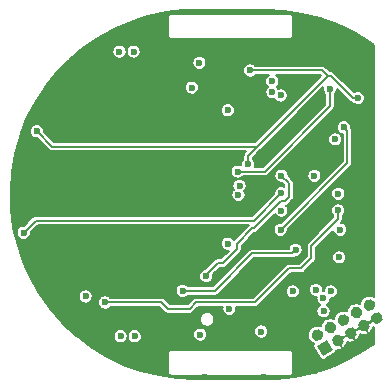
<source format=gbr>
G04 #@! TF.GenerationSoftware,KiCad,Pcbnew,5.1.9-73d0e3b20d~88~ubuntu20.04.1*
G04 #@! TF.CreationDate,2021-03-19T22:30:43+02:00*
G04 #@! TF.ProjectId,nRF5340-Wearable,6e524635-3334-4302-9d57-65617261626c,rev?*
G04 #@! TF.SameCoordinates,Original*
G04 #@! TF.FileFunction,Copper,L2,Inr*
G04 #@! TF.FilePolarity,Positive*
%FSLAX46Y46*%
G04 Gerber Fmt 4.6, Leading zero omitted, Abs format (unit mm)*
G04 Created by KiCad (PCBNEW 5.1.9-73d0e3b20d~88~ubuntu20.04.1) date 2021-03-19 22:30:43*
%MOMM*%
%LPD*%
G01*
G04 APERTURE LIST*
G04 #@! TA.AperFunction,ComponentPad*
%ADD10C,0.100000*%
G04 #@! TD*
G04 #@! TA.AperFunction,ViaPad*
%ADD11C,0.600000*%
G04 #@! TD*
G04 #@! TA.AperFunction,Conductor*
%ADD12C,0.200000*%
G04 #@! TD*
G04 #@! TA.AperFunction,Conductor*
%ADD13C,0.100000*%
G04 #@! TD*
G04 APERTURE END LIST*
G04 #@! TA.AperFunction,ComponentPad*
G36*
G01*
X81014409Y-76793161D02*
X81014409Y-76793161D01*
G75*
G02*
X80331396Y-76610148I-250000J433013D01*
G01*
X80331396Y-76610148D01*
G75*
G02*
X80514409Y-75927135I433013J250000D01*
G01*
X80514409Y-75927135D01*
G75*
G02*
X81197422Y-76110148I250000J-433013D01*
G01*
X81197422Y-76110148D01*
G75*
G02*
X81014409Y-76793161I-433013J-250000D01*
G01*
G37*
G04 #@! TD.AperFunction*
G04 #@! TA.AperFunction,ComponentPad*
G36*
G01*
X81649409Y-77893013D02*
X81649409Y-77893013D01*
G75*
G02*
X80966396Y-77710000I-250000J433013D01*
G01*
X80966396Y-77710000D01*
G75*
G02*
X81149409Y-77026987I433013J250000D01*
G01*
X81149409Y-77026987D01*
G75*
G02*
X81832422Y-77210000I250000J-433013D01*
G01*
X81832422Y-77210000D01*
G75*
G02*
X81649409Y-77893013I-433013J-250000D01*
G01*
G37*
G04 #@! TD.AperFunction*
G04 #@! TA.AperFunction,ComponentPad*
G36*
G01*
X79914557Y-77428161D02*
X79914557Y-77428161D01*
G75*
G02*
X79231544Y-77245148I-250000J433013D01*
G01*
X79231544Y-77245148D01*
G75*
G02*
X79414557Y-76562135I433013J250000D01*
G01*
X79414557Y-76562135D01*
G75*
G02*
X80097570Y-76745148I250000J-433013D01*
G01*
X80097570Y-76745148D01*
G75*
G02*
X79914557Y-77428161I-433013J-250000D01*
G01*
G37*
G04 #@! TD.AperFunction*
G04 #@! TA.AperFunction,ComponentPad*
G36*
G01*
X80549557Y-78528013D02*
X80549557Y-78528013D01*
G75*
G02*
X79866544Y-78345000I-250000J433013D01*
G01*
X79866544Y-78345000D01*
G75*
G02*
X80049557Y-77661987I433013J250000D01*
G01*
X80049557Y-77661987D01*
G75*
G02*
X80732570Y-77845000I250000J-433013D01*
G01*
X80732570Y-77845000D01*
G75*
G02*
X80549557Y-78528013I-433013J-250000D01*
G01*
G37*
G04 #@! TD.AperFunction*
G04 #@! TA.AperFunction,ComponentPad*
G36*
G01*
X78814705Y-78063161D02*
X78814705Y-78063161D01*
G75*
G02*
X78131692Y-77880148I-250000J433013D01*
G01*
X78131692Y-77880148D01*
G75*
G02*
X78314705Y-77197135I433013J250000D01*
G01*
X78314705Y-77197135D01*
G75*
G02*
X78997718Y-77380148I250000J-433013D01*
G01*
X78997718Y-77380148D01*
G75*
G02*
X78814705Y-78063161I-433013J-250000D01*
G01*
G37*
G04 #@! TD.AperFunction*
G04 #@! TA.AperFunction,ComponentPad*
G36*
G01*
X79449705Y-79163013D02*
X79449705Y-79163013D01*
G75*
G02*
X78766692Y-78980000I-250000J433013D01*
G01*
X78766692Y-78980000D01*
G75*
G02*
X78949705Y-78296987I433013J250000D01*
G01*
X78949705Y-78296987D01*
G75*
G02*
X79632718Y-78480000I250000J-433013D01*
G01*
X79632718Y-78480000D01*
G75*
G02*
X79449705Y-79163013I-433013J-250000D01*
G01*
G37*
G04 #@! TD.AperFunction*
G04 #@! TA.AperFunction,ComponentPad*
G36*
G01*
X77714852Y-78698161D02*
X77714852Y-78698161D01*
G75*
G02*
X77031839Y-78515148I-250000J433013D01*
G01*
X77031839Y-78515148D01*
G75*
G02*
X77214852Y-77832135I433013J250000D01*
G01*
X77214852Y-77832135D01*
G75*
G02*
X77897865Y-78015148I250000J-433013D01*
G01*
X77897865Y-78015148D01*
G75*
G02*
X77714852Y-78698161I-433013J-250000D01*
G01*
G37*
G04 #@! TD.AperFunction*
G04 #@! TA.AperFunction,ComponentPad*
G36*
G01*
X78349852Y-79798013D02*
X78349852Y-79798013D01*
G75*
G02*
X77666839Y-79615000I-250000J433013D01*
G01*
X77666839Y-79615000D01*
G75*
G02*
X77849852Y-78931987I433013J250000D01*
G01*
X77849852Y-78931987D01*
G75*
G02*
X78532865Y-79115000I250000J-433013D01*
G01*
X78532865Y-79115000D01*
G75*
G02*
X78349852Y-79798013I-433013J-250000D01*
G01*
G37*
G04 #@! TD.AperFunction*
G04 #@! TA.AperFunction,ComponentPad*
G36*
G01*
X76615000Y-79333161D02*
X76615000Y-79333161D01*
G75*
G02*
X75931987Y-79150148I-250000J433013D01*
G01*
X75931987Y-79150148D01*
G75*
G02*
X76115000Y-78467135I433013J250000D01*
G01*
X76115000Y-78467135D01*
G75*
G02*
X76798013Y-78650148I250000J-433013D01*
G01*
X76798013Y-78650148D01*
G75*
G02*
X76615000Y-79333161I-433013J-250000D01*
G01*
G37*
G04 #@! TD.AperFunction*
G04 #@! TA.AperFunction,ComponentPad*
D10*
G36*
X77683013Y-80183013D02*
G01*
X76816987Y-80683013D01*
X76316987Y-79816987D01*
X77183013Y-79316987D01*
X77683013Y-80183013D01*
G37*
G04 #@! TD.AperFunction*
D11*
X60900000Y-79000000D03*
X60800000Y-54900000D03*
X56743148Y-75624641D03*
X59600000Y-54900000D03*
X59700000Y-79000000D03*
X78129998Y-66940000D03*
X77860000Y-62330000D03*
X54070000Y-64830000D03*
X57530000Y-69960000D03*
X79220000Y-56490000D03*
X62210000Y-61790000D03*
X66430000Y-65500000D03*
X54570000Y-67490000D03*
X80750000Y-62300000D03*
X80740000Y-60040000D03*
X64580000Y-72540000D03*
X67540000Y-67840000D03*
X64620000Y-68230000D03*
X75740000Y-63860000D03*
X76490000Y-71690000D03*
X70120000Y-55620000D03*
X72110000Y-61200000D03*
X69440000Y-74730000D03*
X79130000Y-65340000D03*
X79190000Y-68350000D03*
X75000000Y-52300000D03*
X62900000Y-52200000D03*
X63100000Y-81500000D03*
X75000000Y-81500000D03*
X56400000Y-78400000D03*
X53200000Y-75300000D03*
X56100000Y-55300000D03*
X53800000Y-57600000D03*
X50780000Y-66730000D03*
X76130000Y-81980000D03*
X69200000Y-79600000D03*
X64600000Y-55800000D03*
X71700000Y-54100000D03*
X65700000Y-54000000D03*
X68800000Y-54000000D03*
X65600000Y-79800000D03*
X71800000Y-79700000D03*
X75400000Y-77000000D03*
X70700000Y-71100000D03*
X78900000Y-71900000D03*
X80720000Y-69140000D03*
X80710000Y-66880000D03*
X80720000Y-64610000D03*
X80710000Y-71540000D03*
X80750000Y-73800000D03*
X80810000Y-79630000D03*
X80780000Y-54720000D03*
X78190000Y-53070000D03*
X77700000Y-81360000D03*
X71840000Y-82460000D03*
X66820000Y-82450000D03*
X51700000Y-72270000D03*
X51420000Y-61890000D03*
X73400000Y-62370000D03*
X78170000Y-63860000D03*
X72210000Y-69880000D03*
X70240000Y-59300000D03*
X67390000Y-58860000D03*
X76270000Y-54120000D03*
X74420000Y-63870000D03*
X68130000Y-64470000D03*
X72150000Y-76100000D03*
X74400000Y-79630000D03*
X68260000Y-73550000D03*
X72960000Y-71390000D03*
X75340000Y-57940000D03*
X75630000Y-55700000D03*
X71700000Y-57530000D03*
X64470000Y-61790000D03*
X52280000Y-63740000D03*
X59605010Y-73234990D03*
X69440000Y-64090000D03*
X79470000Y-75940000D03*
X68790000Y-71160000D03*
X70669975Y-56490025D03*
X70500000Y-64430000D03*
X52620000Y-61640000D03*
X79790000Y-58830000D03*
X69610000Y-65060000D03*
X77420000Y-58070000D03*
X77500000Y-75200000D03*
X76886084Y-76866084D03*
X68790000Y-59860000D03*
X51500000Y-70230000D03*
X73320000Y-66890000D03*
X73320000Y-65400000D03*
X66940000Y-73910000D03*
X76106791Y-65419080D03*
X73248909Y-69988909D03*
X78610000Y-61300000D03*
X64960000Y-75150000D03*
X74518572Y-71689279D03*
X58380662Y-76134540D03*
X78110000Y-68350000D03*
X66370000Y-55860000D03*
X68910000Y-76684540D03*
X78290000Y-69980000D03*
X66440000Y-78860000D03*
X78200000Y-72320000D03*
X65730000Y-57950000D03*
X71600000Y-78600000D03*
X69770000Y-66260000D03*
X76233916Y-75066084D03*
X74280000Y-75200000D03*
X72540000Y-57400000D03*
X73300000Y-68360000D03*
X69679986Y-67011855D03*
X73250000Y-58610000D03*
X72550000Y-58340000D03*
X76876360Y-75781456D03*
D12*
X76750025Y-56490025D02*
X77230000Y-56970000D01*
X70669975Y-56490025D02*
X76750025Y-56490025D01*
X70500000Y-63700000D02*
X70500000Y-64430000D01*
X53930000Y-62950000D02*
X52620000Y-61640000D01*
X70500000Y-64430000D02*
X70500000Y-63720000D01*
X69520000Y-62950000D02*
X71250000Y-62950000D01*
X71425000Y-62775000D02*
X70500000Y-63700000D01*
X77230000Y-56970000D02*
X71425000Y-62775000D01*
X69730000Y-62950000D02*
X69520000Y-62950000D01*
X71250000Y-62950000D02*
X71425000Y-62775000D01*
X69520000Y-62950000D02*
X53930000Y-62950000D01*
X79350000Y-58830000D02*
X79790000Y-58830000D01*
X77490000Y-56970000D02*
X79350000Y-58830000D01*
X77230000Y-56970000D02*
X77490000Y-56970000D01*
X69610000Y-65060000D02*
X71904264Y-65060000D01*
X71904264Y-65060000D02*
X77420000Y-59544264D01*
X77420000Y-59544264D02*
X77420000Y-58070000D01*
X71000000Y-69210000D02*
X73320000Y-66890000D01*
X52520000Y-69210000D02*
X71000000Y-69210000D01*
X51500000Y-70230000D02*
X52520000Y-69210000D01*
X66940000Y-73770000D02*
X66940000Y-73910000D01*
X67920000Y-72790000D02*
X66940000Y-73770000D01*
X68400000Y-72790000D02*
X67920000Y-72790000D01*
X73305998Y-67540000D02*
X70980000Y-69865998D01*
X73630000Y-67540000D02*
X73305998Y-67540000D01*
X73970000Y-67200000D02*
X73630000Y-67540000D01*
X73970000Y-66050000D02*
X73970000Y-67200000D01*
X73320000Y-65400000D02*
X73970000Y-66050000D01*
X70838990Y-69865998D02*
X69555000Y-71149988D01*
X69555000Y-71149988D02*
X69555000Y-71635000D01*
X70980000Y-69865998D02*
X70838990Y-69865998D01*
X69555000Y-71635000D02*
X68400000Y-72790000D01*
X78909999Y-61599999D02*
X78610000Y-61300000D01*
X78909999Y-64327819D02*
X78909999Y-61599999D01*
X73248909Y-69988909D02*
X78909999Y-64327819D01*
X65160000Y-75150000D02*
X67700000Y-75150000D01*
X70860721Y-71989279D02*
X74218573Y-71989278D01*
X65020000Y-75290000D02*
X65160000Y-75150000D01*
X67700000Y-75150000D02*
X70860721Y-71989279D01*
X74218573Y-71989278D02*
X74518572Y-71689279D01*
X63154540Y-76134540D02*
X63034540Y-76134540D01*
X63700000Y-76680000D02*
X63154540Y-76134540D01*
X65550000Y-76680000D02*
X63700000Y-76680000D01*
X63034540Y-76134540D02*
X58380662Y-76134540D01*
X71065460Y-76134540D02*
X66095460Y-76134540D01*
X73960000Y-73240000D02*
X71065460Y-76134540D01*
X66095460Y-76134540D02*
X65550000Y-76680000D01*
X75000000Y-73240000D02*
X73960000Y-73240000D01*
X75840000Y-72400000D02*
X75000000Y-73240000D01*
X75840000Y-71360000D02*
X75840000Y-72400000D01*
X78110000Y-69090000D02*
X75840000Y-71360000D01*
X78110000Y-68350000D02*
X78110000Y-69090000D01*
X73551828Y-51452719D02*
X75088296Y-51683716D01*
X76594235Y-52066176D01*
X78054753Y-52596318D01*
X79455386Y-53268892D01*
X80782293Y-54077251D01*
X81137544Y-54345439D01*
X81174916Y-75672288D01*
X81143351Y-75651197D01*
X80997760Y-75590891D01*
X80843202Y-75560148D01*
X80685616Y-75560148D01*
X80531058Y-75590891D01*
X80385467Y-75651197D01*
X80254439Y-75738747D01*
X80143008Y-75850178D01*
X80055458Y-75981206D01*
X79995152Y-76126797D01*
X79969539Y-76255562D01*
X79897908Y-76225891D01*
X79743350Y-76195148D01*
X79585764Y-76195148D01*
X79431206Y-76225891D01*
X79285615Y-76286197D01*
X79154587Y-76373747D01*
X79043156Y-76485178D01*
X78955606Y-76616206D01*
X78895300Y-76761797D01*
X78869687Y-76890562D01*
X78798056Y-76860891D01*
X78643498Y-76830148D01*
X78485912Y-76830148D01*
X78331354Y-76860891D01*
X78185763Y-76921197D01*
X78054735Y-77008747D01*
X77943304Y-77120178D01*
X77855754Y-77251206D01*
X77795448Y-77396797D01*
X77769835Y-77525562D01*
X77698203Y-77495891D01*
X77543645Y-77465148D01*
X77386059Y-77465148D01*
X77231501Y-77495891D01*
X77085910Y-77556197D01*
X76954882Y-77643747D01*
X76843451Y-77755178D01*
X76755901Y-77886206D01*
X76695595Y-78031797D01*
X76669982Y-78160562D01*
X76598351Y-78130891D01*
X76443793Y-78100148D01*
X76286207Y-78100148D01*
X76131649Y-78130891D01*
X75986058Y-78191197D01*
X75855030Y-78278747D01*
X75743599Y-78390178D01*
X75656049Y-78521206D01*
X75595743Y-78666797D01*
X75565000Y-78821355D01*
X75565000Y-78978941D01*
X75595743Y-79133499D01*
X75656049Y-79279090D01*
X75743599Y-79410118D01*
X75855030Y-79521549D01*
X75986058Y-79609099D01*
X76071087Y-79644319D01*
X76046624Y-79683659D01*
X76025808Y-79738966D01*
X76016181Y-79797271D01*
X76018115Y-79856334D01*
X76031534Y-79913885D01*
X76055923Y-79967712D01*
X76555923Y-80833738D01*
X76590344Y-80881773D01*
X76633475Y-80922170D01*
X76683659Y-80953376D01*
X76738966Y-80974192D01*
X76797271Y-80983819D01*
X76856334Y-80981885D01*
X76913885Y-80968466D01*
X76967712Y-80944077D01*
X77833738Y-80444077D01*
X77881773Y-80409656D01*
X77922170Y-80366525D01*
X77953376Y-80316341D01*
X77974192Y-80261034D01*
X77983819Y-80202729D01*
X77982178Y-80152626D01*
X78041132Y-80162845D01*
X78197912Y-80158970D01*
X78350924Y-80124583D01*
X78363067Y-80120459D01*
X78440486Y-80004995D01*
X78090701Y-79399151D01*
X78073381Y-79409151D01*
X78053175Y-79374151D01*
X78134003Y-79374151D01*
X78483787Y-79979995D01*
X78622491Y-79970680D01*
X78632134Y-79962226D01*
X78738420Y-79846908D01*
X78820166Y-79713070D01*
X78874230Y-79565856D01*
X78890217Y-79463952D01*
X78986462Y-79501059D01*
X79140985Y-79527845D01*
X79297765Y-79523970D01*
X79450777Y-79489583D01*
X79462920Y-79485459D01*
X79540339Y-79369995D01*
X79190554Y-78764151D01*
X78646830Y-79078070D01*
X78134003Y-79374151D01*
X78053175Y-79374151D01*
X78048381Y-79365849D01*
X78065701Y-79355849D01*
X78055701Y-79338529D01*
X78099003Y-79313529D01*
X78109003Y-79330849D01*
X78559673Y-79070655D01*
X78622590Y-79034330D01*
X78714884Y-78981044D01*
X79133854Y-78739151D01*
X79233856Y-78739151D01*
X79583640Y-79344995D01*
X79722344Y-79335680D01*
X79731987Y-79327226D01*
X79838273Y-79211908D01*
X79920019Y-79078070D01*
X79974083Y-78930856D01*
X79990070Y-78828952D01*
X80086314Y-78866059D01*
X80240837Y-78892845D01*
X80397617Y-78888970D01*
X80550629Y-78854583D01*
X80562772Y-78850459D01*
X80640191Y-78734995D01*
X80290406Y-78129151D01*
X79684525Y-78478956D01*
X79684525Y-78478957D01*
X79233856Y-78739151D01*
X79133854Y-78739151D01*
X79165554Y-78720849D01*
X79155554Y-78703529D01*
X79198856Y-78678529D01*
X79208856Y-78695849D01*
X79814737Y-78346044D01*
X79814737Y-78346043D01*
X80265406Y-78085849D01*
X80255406Y-78068529D01*
X80298708Y-78043529D01*
X80308708Y-78060849D01*
X80914589Y-77711044D01*
X80914589Y-77711043D01*
X81178222Y-77558834D01*
X81178323Y-77616512D01*
X80784377Y-77843956D01*
X80784377Y-77843957D01*
X80333708Y-78104151D01*
X80683492Y-78709995D01*
X80822196Y-78700680D01*
X80831839Y-78692226D01*
X80938125Y-78576908D01*
X81019871Y-78443070D01*
X81073935Y-78295856D01*
X81089922Y-78193952D01*
X81179395Y-78228449D01*
X81181840Y-79623698D01*
X80233439Y-80279179D01*
X78873849Y-81031262D01*
X77446272Y-81644598D01*
X75964850Y-82113110D01*
X74444220Y-82432171D01*
X72895503Y-82599048D01*
X71994583Y-82625000D01*
X66009326Y-82625000D01*
X64448182Y-82547282D01*
X62911703Y-82316284D01*
X61405747Y-81933819D01*
X59945247Y-81403682D01*
X58544614Y-80731108D01*
X58165255Y-80500000D01*
X63673428Y-80500000D01*
X63675000Y-80515961D01*
X63675001Y-81984029D01*
X63673428Y-82000000D01*
X63679703Y-82063711D01*
X63698287Y-82124974D01*
X63728465Y-82181434D01*
X63769079Y-82230921D01*
X63818566Y-82271535D01*
X63875026Y-82301713D01*
X63936289Y-82320297D01*
X63984039Y-82325000D01*
X63984040Y-82325000D01*
X64000000Y-82326572D01*
X64015961Y-82325000D01*
X73984039Y-82325000D01*
X74000000Y-82326572D01*
X74015960Y-82325000D01*
X74015961Y-82325000D01*
X74063711Y-82320297D01*
X74124974Y-82301713D01*
X74181434Y-82271535D01*
X74230921Y-82230921D01*
X74271535Y-82181434D01*
X74301713Y-82124974D01*
X74320297Y-82063711D01*
X74326572Y-82000000D01*
X74325000Y-81984039D01*
X74325000Y-80515961D01*
X74326572Y-80500000D01*
X74320297Y-80436289D01*
X74301713Y-80375026D01*
X74271535Y-80318566D01*
X74230921Y-80269079D01*
X74181434Y-80228465D01*
X74124974Y-80198287D01*
X74063711Y-80179703D01*
X74015961Y-80175000D01*
X74000000Y-80173428D01*
X73984040Y-80175000D01*
X64015960Y-80175000D01*
X64000000Y-80173428D01*
X63984039Y-80175000D01*
X63936289Y-80179703D01*
X63875026Y-80198287D01*
X63818566Y-80228465D01*
X63769079Y-80269079D01*
X63728465Y-80318566D01*
X63698287Y-80375026D01*
X63679703Y-80436289D01*
X63673428Y-80500000D01*
X58165255Y-80500000D01*
X57217707Y-79922749D01*
X55977647Y-78986599D01*
X55928216Y-78940905D01*
X59100000Y-78940905D01*
X59100000Y-79059095D01*
X59123058Y-79175014D01*
X59168287Y-79284207D01*
X59233950Y-79382478D01*
X59317522Y-79466050D01*
X59415793Y-79531713D01*
X59524986Y-79576942D01*
X59640905Y-79600000D01*
X59759095Y-79600000D01*
X59875014Y-79576942D01*
X59984207Y-79531713D01*
X60082478Y-79466050D01*
X60166050Y-79382478D01*
X60231713Y-79284207D01*
X60276942Y-79175014D01*
X60300000Y-79059095D01*
X60323058Y-79175014D01*
X60368287Y-79284207D01*
X60433950Y-79382478D01*
X60517522Y-79466050D01*
X60615793Y-79531713D01*
X60724986Y-79576942D01*
X60840905Y-79600000D01*
X60959095Y-79600000D01*
X61075014Y-79576942D01*
X61184207Y-79531713D01*
X61282478Y-79466050D01*
X61366050Y-79382478D01*
X61431713Y-79284207D01*
X61476942Y-79175014D01*
X61500000Y-79059095D01*
X61500000Y-78940905D01*
X61476942Y-78824986D01*
X61466968Y-78800905D01*
X65840000Y-78800905D01*
X65840000Y-78919095D01*
X65863058Y-79035014D01*
X65908287Y-79144207D01*
X65973950Y-79242478D01*
X66057522Y-79326050D01*
X66155793Y-79391713D01*
X66264986Y-79436942D01*
X66380905Y-79460000D01*
X66499095Y-79460000D01*
X66615014Y-79436942D01*
X66724207Y-79391713D01*
X66822478Y-79326050D01*
X66906050Y-79242478D01*
X66971713Y-79144207D01*
X67016942Y-79035014D01*
X67040000Y-78919095D01*
X67040000Y-78800905D01*
X67016942Y-78684986D01*
X66971713Y-78575793D01*
X66948402Y-78540905D01*
X71000000Y-78540905D01*
X71000000Y-78659095D01*
X71023058Y-78775014D01*
X71068287Y-78884207D01*
X71133950Y-78982478D01*
X71217522Y-79066050D01*
X71315793Y-79131713D01*
X71424986Y-79176942D01*
X71540905Y-79200000D01*
X71659095Y-79200000D01*
X71775014Y-79176942D01*
X71884207Y-79131713D01*
X71982478Y-79066050D01*
X72066050Y-78982478D01*
X72131713Y-78884207D01*
X72176942Y-78775014D01*
X72200000Y-78659095D01*
X72200000Y-78540905D01*
X72176942Y-78424986D01*
X72131713Y-78315793D01*
X72066050Y-78217522D01*
X71982478Y-78133950D01*
X71884207Y-78068287D01*
X71775014Y-78023058D01*
X71659095Y-78000000D01*
X71540905Y-78000000D01*
X71424986Y-78023058D01*
X71315793Y-78068287D01*
X71217522Y-78133950D01*
X71133950Y-78217522D01*
X71068287Y-78315793D01*
X71023058Y-78424986D01*
X71000000Y-78540905D01*
X66948402Y-78540905D01*
X66906050Y-78477522D01*
X66822478Y-78393950D01*
X66724207Y-78328287D01*
X66615014Y-78283058D01*
X66499095Y-78260000D01*
X66380905Y-78260000D01*
X66264986Y-78283058D01*
X66155793Y-78328287D01*
X66057522Y-78393950D01*
X65973950Y-78477522D01*
X65908287Y-78575793D01*
X65863058Y-78684986D01*
X65840000Y-78800905D01*
X61466968Y-78800905D01*
X61431713Y-78715793D01*
X61366050Y-78617522D01*
X61282478Y-78533950D01*
X61184207Y-78468287D01*
X61075014Y-78423058D01*
X60959095Y-78400000D01*
X60840905Y-78400000D01*
X60724986Y-78423058D01*
X60615793Y-78468287D01*
X60517522Y-78533950D01*
X60433950Y-78617522D01*
X60368287Y-78715793D01*
X60323058Y-78824986D01*
X60300000Y-78940905D01*
X60276942Y-78824986D01*
X60231713Y-78715793D01*
X60166050Y-78617522D01*
X60082478Y-78533950D01*
X59984207Y-78468287D01*
X59875014Y-78423058D01*
X59759095Y-78400000D01*
X59640905Y-78400000D01*
X59524986Y-78423058D01*
X59415793Y-78468287D01*
X59317522Y-78533950D01*
X59233950Y-78617522D01*
X59168287Y-78715793D01*
X59123058Y-78824986D01*
X59100000Y-78940905D01*
X55928216Y-78940905D01*
X54836697Y-77931915D01*
X54461381Y-77508443D01*
X66398000Y-77508443D01*
X66398000Y-77631557D01*
X66422019Y-77752306D01*
X66469132Y-77866048D01*
X66537531Y-77968414D01*
X66624586Y-78055469D01*
X66726952Y-78123868D01*
X66840694Y-78170981D01*
X66961443Y-78195000D01*
X67084557Y-78195000D01*
X67205306Y-78170981D01*
X67319048Y-78123868D01*
X67421414Y-78055469D01*
X67508469Y-77968414D01*
X67576868Y-77866048D01*
X67623981Y-77752306D01*
X67648000Y-77631557D01*
X67648000Y-77508443D01*
X67623981Y-77387694D01*
X67576868Y-77273952D01*
X67508469Y-77171586D01*
X67421414Y-77084531D01*
X67319048Y-77016132D01*
X67205306Y-76969019D01*
X67084557Y-76945000D01*
X66961443Y-76945000D01*
X66840694Y-76969019D01*
X66726952Y-77016132D01*
X66624586Y-77084531D01*
X66537531Y-77171586D01*
X66469132Y-77273952D01*
X66422019Y-77387694D01*
X66398000Y-77508443D01*
X54461381Y-77508443D01*
X53806138Y-76769128D01*
X52936489Y-75565546D01*
X56143148Y-75565546D01*
X56143148Y-75683736D01*
X56166206Y-75799655D01*
X56211435Y-75908848D01*
X56277098Y-76007119D01*
X56360670Y-76090691D01*
X56458941Y-76156354D01*
X56568134Y-76201583D01*
X56684053Y-76224641D01*
X56802243Y-76224641D01*
X56918162Y-76201583D01*
X57027355Y-76156354D01*
X57125626Y-76090691D01*
X57140872Y-76075445D01*
X57780662Y-76075445D01*
X57780662Y-76193635D01*
X57803720Y-76309554D01*
X57848949Y-76418747D01*
X57914612Y-76517018D01*
X57998184Y-76600590D01*
X58096455Y-76666253D01*
X58205648Y-76711482D01*
X58321567Y-76734540D01*
X58439757Y-76734540D01*
X58555676Y-76711482D01*
X58664869Y-76666253D01*
X58763140Y-76600590D01*
X58829190Y-76534540D01*
X62988855Y-76534540D01*
X63403267Y-76948953D01*
X63415789Y-76964211D01*
X63431047Y-76976733D01*
X63431049Y-76976735D01*
X63476697Y-77014197D01*
X63546185Y-77051340D01*
X63621586Y-77074212D01*
X63700000Y-77081935D01*
X63719646Y-77080000D01*
X65530354Y-77080000D01*
X65550000Y-77081935D01*
X65569646Y-77080000D01*
X65569647Y-77080000D01*
X65628414Y-77074212D01*
X65703814Y-77051340D01*
X65773303Y-77014197D01*
X65834211Y-76964211D01*
X65846737Y-76948948D01*
X66261146Y-76534540D01*
X68328082Y-76534540D01*
X68310000Y-76625445D01*
X68310000Y-76743635D01*
X68333058Y-76859554D01*
X68378287Y-76968747D01*
X68443950Y-77067018D01*
X68527522Y-77150590D01*
X68625793Y-77216253D01*
X68734986Y-77261482D01*
X68850905Y-77284540D01*
X68969095Y-77284540D01*
X69085014Y-77261482D01*
X69194207Y-77216253D01*
X69292478Y-77150590D01*
X69376050Y-77067018D01*
X69441713Y-76968747D01*
X69486942Y-76859554D01*
X69510000Y-76743635D01*
X69510000Y-76625445D01*
X69491918Y-76534540D01*
X71045814Y-76534540D01*
X71065460Y-76536475D01*
X71085106Y-76534540D01*
X71085107Y-76534540D01*
X71143874Y-76528752D01*
X71219274Y-76505880D01*
X71288763Y-76468737D01*
X71349671Y-76418751D01*
X71362197Y-76403488D01*
X72624780Y-75140905D01*
X73680000Y-75140905D01*
X73680000Y-75259095D01*
X73703058Y-75375014D01*
X73748287Y-75484207D01*
X73813950Y-75582478D01*
X73897522Y-75666050D01*
X73995793Y-75731713D01*
X74104986Y-75776942D01*
X74220905Y-75800000D01*
X74339095Y-75800000D01*
X74455014Y-75776942D01*
X74564207Y-75731713D01*
X74662478Y-75666050D01*
X74746050Y-75582478D01*
X74811713Y-75484207D01*
X74856942Y-75375014D01*
X74880000Y-75259095D01*
X74880000Y-75140905D01*
X74856942Y-75024986D01*
X74849488Y-75006989D01*
X75633916Y-75006989D01*
X75633916Y-75125179D01*
X75656974Y-75241098D01*
X75702203Y-75350291D01*
X75767866Y-75448562D01*
X75851438Y-75532134D01*
X75949709Y-75597797D01*
X76058902Y-75643026D01*
X76174821Y-75666084D01*
X76287554Y-75666084D01*
X76276360Y-75722361D01*
X76276360Y-75840551D01*
X76299418Y-75956470D01*
X76344647Y-76065663D01*
X76410310Y-76163934D01*
X76493882Y-76247506D01*
X76592153Y-76313169D01*
X76622608Y-76325784D01*
X76601877Y-76334371D01*
X76503606Y-76400034D01*
X76420034Y-76483606D01*
X76354371Y-76581877D01*
X76309142Y-76691070D01*
X76286084Y-76806989D01*
X76286084Y-76925179D01*
X76309142Y-77041098D01*
X76354371Y-77150291D01*
X76420034Y-77248562D01*
X76503606Y-77332134D01*
X76601877Y-77397797D01*
X76711070Y-77443026D01*
X76826989Y-77466084D01*
X76945179Y-77466084D01*
X77061098Y-77443026D01*
X77170291Y-77397797D01*
X77268562Y-77332134D01*
X77352134Y-77248562D01*
X77417797Y-77150291D01*
X77463026Y-77041098D01*
X77486084Y-76925179D01*
X77486084Y-76806989D01*
X77463026Y-76691070D01*
X77417797Y-76581877D01*
X77352134Y-76483606D01*
X77268562Y-76400034D01*
X77170291Y-76334371D01*
X77139836Y-76321756D01*
X77160567Y-76313169D01*
X77258838Y-76247506D01*
X77342410Y-76163934D01*
X77408073Y-76065663D01*
X77453302Y-75956470D01*
X77476360Y-75840551D01*
X77476360Y-75800000D01*
X77559095Y-75800000D01*
X77675014Y-75776942D01*
X77784207Y-75731713D01*
X77882478Y-75666050D01*
X77966050Y-75582478D01*
X78031713Y-75484207D01*
X78076942Y-75375014D01*
X78100000Y-75259095D01*
X78100000Y-75140905D01*
X78076942Y-75024986D01*
X78031713Y-74915793D01*
X77966050Y-74817522D01*
X77882478Y-74733950D01*
X77784207Y-74668287D01*
X77675014Y-74623058D01*
X77559095Y-74600000D01*
X77440905Y-74600000D01*
X77324986Y-74623058D01*
X77215793Y-74668287D01*
X77117522Y-74733950D01*
X77033950Y-74817522D01*
X76968287Y-74915793D01*
X76923058Y-75024986D01*
X76900000Y-75140905D01*
X76900000Y-75181456D01*
X76822722Y-75181456D01*
X76833916Y-75125179D01*
X76833916Y-75006989D01*
X76810858Y-74891070D01*
X76765629Y-74781877D01*
X76699966Y-74683606D01*
X76616394Y-74600034D01*
X76518123Y-74534371D01*
X76408930Y-74489142D01*
X76293011Y-74466084D01*
X76174821Y-74466084D01*
X76058902Y-74489142D01*
X75949709Y-74534371D01*
X75851438Y-74600034D01*
X75767866Y-74683606D01*
X75702203Y-74781877D01*
X75656974Y-74891070D01*
X75633916Y-75006989D01*
X74849488Y-75006989D01*
X74811713Y-74915793D01*
X74746050Y-74817522D01*
X74662478Y-74733950D01*
X74564207Y-74668287D01*
X74455014Y-74623058D01*
X74339095Y-74600000D01*
X74220905Y-74600000D01*
X74104986Y-74623058D01*
X73995793Y-74668287D01*
X73897522Y-74733950D01*
X73813950Y-74817522D01*
X73748287Y-74915793D01*
X73703058Y-75024986D01*
X73680000Y-75140905D01*
X72624780Y-75140905D01*
X74125685Y-73640000D01*
X74980354Y-73640000D01*
X75000000Y-73641935D01*
X75019646Y-73640000D01*
X75019647Y-73640000D01*
X75078414Y-73634212D01*
X75153814Y-73611340D01*
X75223303Y-73574197D01*
X75284211Y-73524211D01*
X75296737Y-73508948D01*
X76108948Y-72696737D01*
X76124211Y-72684211D01*
X76174197Y-72623303D01*
X76211340Y-72553814D01*
X76234212Y-72478414D01*
X76240000Y-72419647D01*
X76240000Y-72419637D01*
X76241934Y-72400001D01*
X76240000Y-72380365D01*
X76240000Y-72260905D01*
X77600000Y-72260905D01*
X77600000Y-72379095D01*
X77623058Y-72495014D01*
X77668287Y-72604207D01*
X77733950Y-72702478D01*
X77817522Y-72786050D01*
X77915793Y-72851713D01*
X78024986Y-72896942D01*
X78140905Y-72920000D01*
X78259095Y-72920000D01*
X78375014Y-72896942D01*
X78484207Y-72851713D01*
X78582478Y-72786050D01*
X78666050Y-72702478D01*
X78731713Y-72604207D01*
X78776942Y-72495014D01*
X78800000Y-72379095D01*
X78800000Y-72260905D01*
X78776942Y-72144986D01*
X78731713Y-72035793D01*
X78666050Y-71937522D01*
X78582478Y-71853950D01*
X78484207Y-71788287D01*
X78375014Y-71743058D01*
X78259095Y-71720000D01*
X78140905Y-71720000D01*
X78024986Y-71743058D01*
X77915793Y-71788287D01*
X77817522Y-71853950D01*
X77733950Y-71937522D01*
X77668287Y-72035793D01*
X77623058Y-72144986D01*
X77600000Y-72260905D01*
X76240000Y-72260905D01*
X76240000Y-71525685D01*
X77696071Y-70069615D01*
X77713058Y-70155014D01*
X77758287Y-70264207D01*
X77823950Y-70362478D01*
X77907522Y-70446050D01*
X78005793Y-70511713D01*
X78114986Y-70556942D01*
X78230905Y-70580000D01*
X78349095Y-70580000D01*
X78465014Y-70556942D01*
X78574207Y-70511713D01*
X78672478Y-70446050D01*
X78756050Y-70362478D01*
X78821713Y-70264207D01*
X78866942Y-70155014D01*
X78890000Y-70039095D01*
X78890000Y-69920905D01*
X78866942Y-69804986D01*
X78821713Y-69695793D01*
X78756050Y-69597522D01*
X78672478Y-69513950D01*
X78574207Y-69448287D01*
X78465014Y-69403058D01*
X78379731Y-69386094D01*
X78394211Y-69374211D01*
X78444197Y-69313303D01*
X78481340Y-69243814D01*
X78504212Y-69168414D01*
X78510000Y-69109647D01*
X78511935Y-69090000D01*
X78510000Y-69070353D01*
X78510000Y-68798528D01*
X78576050Y-68732478D01*
X78641713Y-68634207D01*
X78686942Y-68525014D01*
X78710000Y-68409095D01*
X78710000Y-68290905D01*
X78686942Y-68174986D01*
X78641713Y-68065793D01*
X78576050Y-67967522D01*
X78492478Y-67883950D01*
X78394207Y-67818287D01*
X78285014Y-67773058D01*
X78169095Y-67750000D01*
X78050905Y-67750000D01*
X77934986Y-67773058D01*
X77825793Y-67818287D01*
X77727522Y-67883950D01*
X77643950Y-67967522D01*
X77578287Y-68065793D01*
X77533058Y-68174986D01*
X77510000Y-68290905D01*
X77510000Y-68409095D01*
X77533058Y-68525014D01*
X77578287Y-68634207D01*
X77643950Y-68732478D01*
X77710001Y-68798529D01*
X77710001Y-68924313D01*
X75571052Y-71063263D01*
X75555789Y-71075789D01*
X75505803Y-71136698D01*
X75468660Y-71206187D01*
X75461922Y-71228401D01*
X75445788Y-71281587D01*
X75438065Y-71360000D01*
X75440000Y-71379647D01*
X75440001Y-72234314D01*
X74834315Y-72840000D01*
X73979647Y-72840000D01*
X73960000Y-72838065D01*
X73940353Y-72840000D01*
X73881586Y-72845788D01*
X73806186Y-72868660D01*
X73736697Y-72905803D01*
X73675789Y-72955789D01*
X73663265Y-72971050D01*
X70899775Y-75734540D01*
X66115106Y-75734540D01*
X66095460Y-75732605D01*
X66017046Y-75740328D01*
X65941645Y-75763200D01*
X65872157Y-75800343D01*
X65826509Y-75837805D01*
X65826507Y-75837807D01*
X65811249Y-75850329D01*
X65798727Y-75865587D01*
X65384315Y-76280000D01*
X63865686Y-76280000D01*
X63451275Y-75865590D01*
X63438751Y-75850329D01*
X63377843Y-75800343D01*
X63308354Y-75763200D01*
X63232954Y-75740328D01*
X63174187Y-75734540D01*
X63174186Y-75734540D01*
X63154540Y-75732605D01*
X63134894Y-75734540D01*
X58829190Y-75734540D01*
X58763140Y-75668490D01*
X58664869Y-75602827D01*
X58555676Y-75557598D01*
X58439757Y-75534540D01*
X58321567Y-75534540D01*
X58205648Y-75557598D01*
X58096455Y-75602827D01*
X57998184Y-75668490D01*
X57914612Y-75752062D01*
X57848949Y-75850333D01*
X57803720Y-75959526D01*
X57780662Y-76075445D01*
X57140872Y-76075445D01*
X57209198Y-76007119D01*
X57274861Y-75908848D01*
X57320090Y-75799655D01*
X57343148Y-75683736D01*
X57343148Y-75565546D01*
X57320090Y-75449627D01*
X57274861Y-75340434D01*
X57209198Y-75242163D01*
X57125626Y-75158591D01*
X57027355Y-75092928D01*
X57022472Y-75090905D01*
X64360000Y-75090905D01*
X64360000Y-75209095D01*
X64383058Y-75325014D01*
X64428287Y-75434207D01*
X64493950Y-75532478D01*
X64577522Y-75616050D01*
X64675793Y-75681713D01*
X64784986Y-75726942D01*
X64900905Y-75750000D01*
X65019095Y-75750000D01*
X65135014Y-75726942D01*
X65244207Y-75681713D01*
X65342478Y-75616050D01*
X65408528Y-75550000D01*
X67680354Y-75550000D01*
X67700000Y-75551935D01*
X67719646Y-75550000D01*
X67719647Y-75550000D01*
X67778414Y-75544212D01*
X67853814Y-75521340D01*
X67923303Y-75484197D01*
X67984211Y-75434211D01*
X67996737Y-75418948D01*
X71026406Y-72389279D01*
X74198917Y-72389277D01*
X74218573Y-72391213D01*
X74296986Y-72383490D01*
X74372387Y-72360617D01*
X74441875Y-72323475D01*
X74483543Y-72289279D01*
X74577667Y-72289279D01*
X74693586Y-72266221D01*
X74802779Y-72220992D01*
X74901050Y-72155329D01*
X74984622Y-72071757D01*
X75050285Y-71973486D01*
X75095514Y-71864293D01*
X75118572Y-71748374D01*
X75118572Y-71630184D01*
X75095514Y-71514265D01*
X75050285Y-71405072D01*
X74984622Y-71306801D01*
X74901050Y-71223229D01*
X74802779Y-71157566D01*
X74693586Y-71112337D01*
X74577667Y-71089279D01*
X74459477Y-71089279D01*
X74343558Y-71112337D01*
X74234365Y-71157566D01*
X74136094Y-71223229D01*
X74052522Y-71306801D01*
X73986859Y-71405072D01*
X73941630Y-71514265D01*
X73926709Y-71589278D01*
X70880378Y-71589280D01*
X70860721Y-71587344D01*
X70782307Y-71595067D01*
X70706907Y-71617939D01*
X70637418Y-71655082D01*
X70591771Y-71692544D01*
X70591768Y-71692547D01*
X70576510Y-71705069D01*
X70563988Y-71720327D01*
X67534315Y-74750000D01*
X65408528Y-74750000D01*
X65342478Y-74683950D01*
X65244207Y-74618287D01*
X65135014Y-74573058D01*
X65019095Y-74550000D01*
X64900905Y-74550000D01*
X64784986Y-74573058D01*
X64675793Y-74618287D01*
X64577522Y-74683950D01*
X64493950Y-74767522D01*
X64428287Y-74865793D01*
X64383058Y-74974986D01*
X64360000Y-75090905D01*
X57022472Y-75090905D01*
X56918162Y-75047699D01*
X56802243Y-75024641D01*
X56684053Y-75024641D01*
X56568134Y-75047699D01*
X56458941Y-75092928D01*
X56360670Y-75158591D01*
X56277098Y-75242163D01*
X56211435Y-75340434D01*
X56166206Y-75449627D01*
X56143148Y-75565546D01*
X52936489Y-75565546D01*
X52896163Y-75509736D01*
X52115765Y-74166180D01*
X51472674Y-72751776D01*
X50973238Y-71280484D01*
X50716052Y-70170905D01*
X50900000Y-70170905D01*
X50900000Y-70289095D01*
X50923058Y-70405014D01*
X50968287Y-70514207D01*
X51033950Y-70612478D01*
X51117522Y-70696050D01*
X51215793Y-70761713D01*
X51324986Y-70806942D01*
X51440905Y-70830000D01*
X51559095Y-70830000D01*
X51675014Y-70806942D01*
X51784207Y-70761713D01*
X51882478Y-70696050D01*
X51966050Y-70612478D01*
X52031713Y-70514207D01*
X52076942Y-70405014D01*
X52100000Y-70289095D01*
X52100000Y-70195685D01*
X52685686Y-69610000D01*
X70529302Y-69610000D01*
X69298400Y-70840903D01*
X69256050Y-70777522D01*
X69172478Y-70693950D01*
X69074207Y-70628287D01*
X68965014Y-70583058D01*
X68849095Y-70560000D01*
X68730905Y-70560000D01*
X68614986Y-70583058D01*
X68505793Y-70628287D01*
X68407522Y-70693950D01*
X68323950Y-70777522D01*
X68258287Y-70875793D01*
X68213058Y-70984986D01*
X68190000Y-71100905D01*
X68190000Y-71219095D01*
X68213058Y-71335014D01*
X68258287Y-71444207D01*
X68323950Y-71542478D01*
X68407522Y-71626050D01*
X68505793Y-71691713D01*
X68614986Y-71736942D01*
X68730905Y-71760000D01*
X68849095Y-71760000D01*
X68868094Y-71756221D01*
X68234315Y-72390000D01*
X67939635Y-72390000D01*
X67919999Y-72388066D01*
X67900363Y-72390000D01*
X67900353Y-72390000D01*
X67841586Y-72395788D01*
X67766186Y-72418660D01*
X67696697Y-72455803D01*
X67696695Y-72455804D01*
X67696696Y-72455804D01*
X67651049Y-72493265D01*
X67651047Y-72493267D01*
X67635789Y-72505789D01*
X67623267Y-72521047D01*
X66822746Y-73321569D01*
X66764986Y-73333058D01*
X66655793Y-73378287D01*
X66557522Y-73443950D01*
X66473950Y-73527522D01*
X66408287Y-73625793D01*
X66363058Y-73734986D01*
X66340000Y-73850905D01*
X66340000Y-73969095D01*
X66363058Y-74085014D01*
X66408287Y-74194207D01*
X66473950Y-74292478D01*
X66557522Y-74376050D01*
X66655793Y-74441713D01*
X66764986Y-74486942D01*
X66880905Y-74510000D01*
X66999095Y-74510000D01*
X67115014Y-74486942D01*
X67224207Y-74441713D01*
X67322478Y-74376050D01*
X67406050Y-74292478D01*
X67471713Y-74194207D01*
X67516942Y-74085014D01*
X67540000Y-73969095D01*
X67540000Y-73850905D01*
X67520884Y-73754802D01*
X68085686Y-73190000D01*
X68380354Y-73190000D01*
X68400000Y-73191935D01*
X68419646Y-73190000D01*
X68419647Y-73190000D01*
X68478414Y-73184212D01*
X68553814Y-73161340D01*
X68623303Y-73124197D01*
X68684211Y-73074211D01*
X68696737Y-73058948D01*
X69823948Y-71931737D01*
X69839211Y-71919211D01*
X69889197Y-71858303D01*
X69926340Y-71788814D01*
X69949212Y-71713414D01*
X69955000Y-71654647D01*
X69956935Y-71635000D01*
X69955000Y-71615353D01*
X69955000Y-71315673D01*
X71005225Y-70265449D01*
X71058414Y-70260210D01*
X71133814Y-70237338D01*
X71203303Y-70200195D01*
X71264211Y-70150209D01*
X71276737Y-70134946D01*
X71481869Y-69929814D01*
X72648909Y-69929814D01*
X72648909Y-70048004D01*
X72671967Y-70163923D01*
X72717196Y-70273116D01*
X72782859Y-70371387D01*
X72866431Y-70454959D01*
X72964702Y-70520622D01*
X73073895Y-70565851D01*
X73189814Y-70588909D01*
X73308004Y-70588909D01*
X73423923Y-70565851D01*
X73533116Y-70520622D01*
X73631387Y-70454959D01*
X73714959Y-70371387D01*
X73780622Y-70273116D01*
X73825851Y-70163923D01*
X73848909Y-70048004D01*
X73848909Y-69954594D01*
X76922598Y-66880905D01*
X77529998Y-66880905D01*
X77529998Y-66999095D01*
X77553056Y-67115014D01*
X77598285Y-67224207D01*
X77663948Y-67322478D01*
X77747520Y-67406050D01*
X77845791Y-67471713D01*
X77954984Y-67516942D01*
X78070903Y-67540000D01*
X78189093Y-67540000D01*
X78305012Y-67516942D01*
X78414205Y-67471713D01*
X78512476Y-67406050D01*
X78596048Y-67322478D01*
X78661711Y-67224207D01*
X78706940Y-67115014D01*
X78729998Y-66999095D01*
X78729998Y-66880905D01*
X78706940Y-66764986D01*
X78661711Y-66655793D01*
X78596048Y-66557522D01*
X78512476Y-66473950D01*
X78414205Y-66408287D01*
X78305012Y-66363058D01*
X78189093Y-66340000D01*
X78070903Y-66340000D01*
X77954984Y-66363058D01*
X77845791Y-66408287D01*
X77747520Y-66473950D01*
X77663948Y-66557522D01*
X77598285Y-66655793D01*
X77553056Y-66764986D01*
X77529998Y-66880905D01*
X76922598Y-66880905D01*
X79178953Y-64624551D01*
X79194210Y-64612030D01*
X79217367Y-64583814D01*
X79244195Y-64551123D01*
X79244196Y-64551122D01*
X79281339Y-64481633D01*
X79304211Y-64406233D01*
X79309999Y-64347466D01*
X79309999Y-64347456D01*
X79311933Y-64327820D01*
X79309999Y-64308184D01*
X79309999Y-61619646D01*
X79311934Y-61599999D01*
X79304211Y-61521585D01*
X79281339Y-61446185D01*
X79244196Y-61376696D01*
X79210000Y-61335029D01*
X79210000Y-61240905D01*
X79186942Y-61124986D01*
X79141713Y-61015793D01*
X79076050Y-60917522D01*
X78992478Y-60833950D01*
X78894207Y-60768287D01*
X78785014Y-60723058D01*
X78669095Y-60700000D01*
X78550905Y-60700000D01*
X78434986Y-60723058D01*
X78325793Y-60768287D01*
X78227522Y-60833950D01*
X78143950Y-60917522D01*
X78078287Y-61015793D01*
X78033058Y-61124986D01*
X78010000Y-61240905D01*
X78010000Y-61359095D01*
X78033058Y-61475014D01*
X78078287Y-61584207D01*
X78143950Y-61682478D01*
X78227522Y-61766050D01*
X78325793Y-61831713D01*
X78434986Y-61876942D01*
X78510000Y-61891863D01*
X78509999Y-64162133D01*
X73283224Y-69388909D01*
X73189814Y-69388909D01*
X73073895Y-69411967D01*
X72964702Y-69457196D01*
X72866431Y-69522859D01*
X72782859Y-69606431D01*
X72717196Y-69704702D01*
X72671967Y-69813895D01*
X72648909Y-69929814D01*
X71481869Y-69929814D01*
X72768050Y-68643634D01*
X72768287Y-68644207D01*
X72833950Y-68742478D01*
X72917522Y-68826050D01*
X73015793Y-68891713D01*
X73124986Y-68936942D01*
X73240905Y-68960000D01*
X73359095Y-68960000D01*
X73475014Y-68936942D01*
X73584207Y-68891713D01*
X73682478Y-68826050D01*
X73766050Y-68742478D01*
X73831713Y-68644207D01*
X73876942Y-68535014D01*
X73900000Y-68419095D01*
X73900000Y-68300905D01*
X73876942Y-68184986D01*
X73831713Y-68075793D01*
X73766050Y-67977522D01*
X73719406Y-67930878D01*
X73783814Y-67911340D01*
X73853303Y-67874197D01*
X73914211Y-67824211D01*
X73926737Y-67808948D01*
X74238948Y-67496737D01*
X74254211Y-67484211D01*
X74304197Y-67423303D01*
X74341340Y-67353814D01*
X74364212Y-67278414D01*
X74370000Y-67219647D01*
X74371935Y-67200000D01*
X74370000Y-67180353D01*
X74370000Y-66069647D01*
X74371935Y-66050000D01*
X74367011Y-66000000D01*
X74364212Y-65971586D01*
X74341340Y-65896186D01*
X74304197Y-65826697D01*
X74277322Y-65793950D01*
X74266735Y-65781049D01*
X74266733Y-65781047D01*
X74254211Y-65765789D01*
X74238954Y-65753268D01*
X73920000Y-65434315D01*
X73920000Y-65359985D01*
X75506791Y-65359985D01*
X75506791Y-65478175D01*
X75529849Y-65594094D01*
X75575078Y-65703287D01*
X75640741Y-65801558D01*
X75724313Y-65885130D01*
X75822584Y-65950793D01*
X75931777Y-65996022D01*
X76047696Y-66019080D01*
X76165886Y-66019080D01*
X76281805Y-65996022D01*
X76390998Y-65950793D01*
X76489269Y-65885130D01*
X76572841Y-65801558D01*
X76638504Y-65703287D01*
X76683733Y-65594094D01*
X76706791Y-65478175D01*
X76706791Y-65359985D01*
X76683733Y-65244066D01*
X76638504Y-65134873D01*
X76572841Y-65036602D01*
X76489269Y-64953030D01*
X76390998Y-64887367D01*
X76281805Y-64842138D01*
X76165886Y-64819080D01*
X76047696Y-64819080D01*
X75931777Y-64842138D01*
X75822584Y-64887367D01*
X75724313Y-64953030D01*
X75640741Y-65036602D01*
X75575078Y-65134873D01*
X75529849Y-65244066D01*
X75506791Y-65359985D01*
X73920000Y-65359985D01*
X73920000Y-65340905D01*
X73896942Y-65224986D01*
X73851713Y-65115793D01*
X73786050Y-65017522D01*
X73702478Y-64933950D01*
X73604207Y-64868287D01*
X73495014Y-64823058D01*
X73379095Y-64800000D01*
X73260905Y-64800000D01*
X73144986Y-64823058D01*
X73035793Y-64868287D01*
X72937522Y-64933950D01*
X72853950Y-65017522D01*
X72788287Y-65115793D01*
X72743058Y-65224986D01*
X72720000Y-65340905D01*
X72720000Y-65459095D01*
X72743058Y-65575014D01*
X72788287Y-65684207D01*
X72853950Y-65782478D01*
X72937522Y-65866050D01*
X73035793Y-65931713D01*
X73144986Y-65976942D01*
X73260905Y-66000000D01*
X73354315Y-66000000D01*
X73570000Y-66215686D01*
X73570000Y-66344118D01*
X73495014Y-66313058D01*
X73379095Y-66290000D01*
X73260905Y-66290000D01*
X73144986Y-66313058D01*
X73035793Y-66358287D01*
X72937522Y-66423950D01*
X72853950Y-66507522D01*
X72788287Y-66605793D01*
X72743058Y-66714986D01*
X72720000Y-66830905D01*
X72720000Y-66924315D01*
X70834315Y-68810000D01*
X52539647Y-68810000D01*
X52520000Y-68808065D01*
X52441586Y-68815788D01*
X52366186Y-68838660D01*
X52296697Y-68875803D01*
X52251049Y-68913265D01*
X52251047Y-68913267D01*
X52235789Y-68925789D01*
X52223267Y-68941047D01*
X51534315Y-69630000D01*
X51440905Y-69630000D01*
X51324986Y-69653058D01*
X51215793Y-69698287D01*
X51117522Y-69763950D01*
X51033950Y-69847522D01*
X50968287Y-69945793D01*
X50923058Y-70054986D01*
X50900000Y-70170905D01*
X50716052Y-70170905D01*
X50622401Y-69766868D01*
X50423631Y-68225889D01*
X50386958Y-66952760D01*
X69079986Y-66952760D01*
X69079986Y-67070950D01*
X69103044Y-67186869D01*
X69148273Y-67296062D01*
X69213936Y-67394333D01*
X69297508Y-67477905D01*
X69395779Y-67543568D01*
X69504972Y-67588797D01*
X69620891Y-67611855D01*
X69739081Y-67611855D01*
X69855000Y-67588797D01*
X69964193Y-67543568D01*
X70062464Y-67477905D01*
X70146036Y-67394333D01*
X70211699Y-67296062D01*
X70256928Y-67186869D01*
X70279986Y-67070950D01*
X70279986Y-66952760D01*
X70256928Y-66836841D01*
X70211699Y-66727648D01*
X70187338Y-66691190D01*
X70236050Y-66642478D01*
X70301713Y-66544207D01*
X70346942Y-66435014D01*
X70370000Y-66319095D01*
X70370000Y-66200905D01*
X70346942Y-66084986D01*
X70301713Y-65975793D01*
X70236050Y-65877522D01*
X70152478Y-65793950D01*
X70054207Y-65728287D01*
X69945014Y-65683058D01*
X69829095Y-65660000D01*
X69710905Y-65660000D01*
X69594986Y-65683058D01*
X69485793Y-65728287D01*
X69387522Y-65793950D01*
X69303950Y-65877522D01*
X69238287Y-65975793D01*
X69193058Y-66084986D01*
X69170000Y-66200905D01*
X69170000Y-66319095D01*
X69193058Y-66435014D01*
X69238287Y-66544207D01*
X69262648Y-66580665D01*
X69213936Y-66629377D01*
X69148273Y-66727648D01*
X69103044Y-66836841D01*
X69079986Y-66952760D01*
X50386958Y-66952760D01*
X50378892Y-66672784D01*
X50488629Y-65122918D01*
X50751752Y-63591620D01*
X51165668Y-62094015D01*
X51364175Y-61580905D01*
X52020000Y-61580905D01*
X52020000Y-61699095D01*
X52043058Y-61815014D01*
X52088287Y-61924207D01*
X52153950Y-62022478D01*
X52237522Y-62106050D01*
X52335793Y-62171713D01*
X52444986Y-62216942D01*
X52560905Y-62240000D01*
X52654315Y-62240000D01*
X53633267Y-63218953D01*
X53645789Y-63234211D01*
X53661047Y-63246733D01*
X53661049Y-63246735D01*
X53706697Y-63284197D01*
X53776186Y-63321340D01*
X53851586Y-63344212D01*
X53930000Y-63351935D01*
X53949647Y-63350000D01*
X70284315Y-63350000D01*
X70231052Y-63403263D01*
X70215789Y-63415789D01*
X70165803Y-63476698D01*
X70128660Y-63546187D01*
X70120462Y-63573214D01*
X70105788Y-63621587D01*
X70098065Y-63700000D01*
X70100000Y-63719647D01*
X70100000Y-63981472D01*
X70033950Y-64047522D01*
X69968287Y-64145793D01*
X69923058Y-64254986D01*
X69900000Y-64370905D01*
X69900000Y-64489095D01*
X69909879Y-64538759D01*
X69894207Y-64528287D01*
X69785014Y-64483058D01*
X69669095Y-64460000D01*
X69550905Y-64460000D01*
X69434986Y-64483058D01*
X69325793Y-64528287D01*
X69227522Y-64593950D01*
X69143950Y-64677522D01*
X69078287Y-64775793D01*
X69033058Y-64884986D01*
X69010000Y-65000905D01*
X69010000Y-65119095D01*
X69033058Y-65235014D01*
X69078287Y-65344207D01*
X69143950Y-65442478D01*
X69227522Y-65526050D01*
X69325793Y-65591713D01*
X69434986Y-65636942D01*
X69550905Y-65660000D01*
X69669095Y-65660000D01*
X69785014Y-65636942D01*
X69894207Y-65591713D01*
X69992478Y-65526050D01*
X70058528Y-65460000D01*
X71884618Y-65460000D01*
X71904264Y-65461935D01*
X71923910Y-65460000D01*
X71923911Y-65460000D01*
X71982678Y-65454212D01*
X72058078Y-65431340D01*
X72127567Y-65394197D01*
X72188475Y-65344211D01*
X72201001Y-65328948D01*
X75259044Y-62270905D01*
X77260000Y-62270905D01*
X77260000Y-62389095D01*
X77283058Y-62505014D01*
X77328287Y-62614207D01*
X77393950Y-62712478D01*
X77477522Y-62796050D01*
X77575793Y-62861713D01*
X77684986Y-62906942D01*
X77800905Y-62930000D01*
X77919095Y-62930000D01*
X78035014Y-62906942D01*
X78144207Y-62861713D01*
X78242478Y-62796050D01*
X78326050Y-62712478D01*
X78391713Y-62614207D01*
X78436942Y-62505014D01*
X78460000Y-62389095D01*
X78460000Y-62270905D01*
X78436942Y-62154986D01*
X78391713Y-62045793D01*
X78326050Y-61947522D01*
X78242478Y-61863950D01*
X78144207Y-61798287D01*
X78035014Y-61753058D01*
X77919095Y-61730000D01*
X77800905Y-61730000D01*
X77684986Y-61753058D01*
X77575793Y-61798287D01*
X77477522Y-61863950D01*
X77393950Y-61947522D01*
X77328287Y-62045793D01*
X77283058Y-62154986D01*
X77260000Y-62270905D01*
X75259044Y-62270905D01*
X77688949Y-59841000D01*
X77704211Y-59828475D01*
X77754197Y-59767567D01*
X77791340Y-59698078D01*
X77814212Y-59622678D01*
X77820000Y-59563911D01*
X77820000Y-59563910D01*
X77821935Y-59544264D01*
X77820000Y-59524617D01*
X77820000Y-58518528D01*
X77886050Y-58452478D01*
X77951713Y-58354207D01*
X77996942Y-58245014D01*
X78020000Y-58129095D01*
X78020000Y-58065685D01*
X79053267Y-59098953D01*
X79065789Y-59114211D01*
X79081047Y-59126733D01*
X79081049Y-59126735D01*
X79092542Y-59136167D01*
X79126697Y-59164197D01*
X79196186Y-59201340D01*
X79271586Y-59224212D01*
X79330353Y-59230000D01*
X79330363Y-59230000D01*
X79342686Y-59231214D01*
X79407522Y-59296050D01*
X79505793Y-59361713D01*
X79614986Y-59406942D01*
X79730905Y-59430000D01*
X79849095Y-59430000D01*
X79965014Y-59406942D01*
X80074207Y-59361713D01*
X80172478Y-59296050D01*
X80256050Y-59212478D01*
X80321713Y-59114207D01*
X80366942Y-59005014D01*
X80390000Y-58889095D01*
X80390000Y-58770905D01*
X80366942Y-58654986D01*
X80321713Y-58545793D01*
X80256050Y-58447522D01*
X80172478Y-58363950D01*
X80074207Y-58298287D01*
X79965014Y-58253058D01*
X79849095Y-58230000D01*
X79730905Y-58230000D01*
X79614986Y-58253058D01*
X79505793Y-58298287D01*
X79432767Y-58347081D01*
X77786737Y-56701052D01*
X77774211Y-56685789D01*
X77713303Y-56635803D01*
X77643814Y-56598660D01*
X77568414Y-56575788D01*
X77509647Y-56570000D01*
X77509646Y-56570000D01*
X77490000Y-56568065D01*
X77470354Y-56570000D01*
X77395686Y-56570000D01*
X77046762Y-56221077D01*
X77034236Y-56205814D01*
X76973328Y-56155828D01*
X76903839Y-56118685D01*
X76828439Y-56095813D01*
X76769672Y-56090025D01*
X76769671Y-56090025D01*
X76750025Y-56088090D01*
X76730379Y-56090025D01*
X71118503Y-56090025D01*
X71052453Y-56023975D01*
X70954182Y-55958312D01*
X70844989Y-55913083D01*
X70729070Y-55890025D01*
X70610880Y-55890025D01*
X70494961Y-55913083D01*
X70385768Y-55958312D01*
X70287497Y-56023975D01*
X70203925Y-56107547D01*
X70138262Y-56205818D01*
X70093033Y-56315011D01*
X70069975Y-56430930D01*
X70069975Y-56549120D01*
X70093033Y-56665039D01*
X70138262Y-56774232D01*
X70203925Y-56872503D01*
X70287497Y-56956075D01*
X70385768Y-57021738D01*
X70494961Y-57066967D01*
X70610880Y-57090025D01*
X70729070Y-57090025D01*
X70844989Y-57066967D01*
X70954182Y-57021738D01*
X71052453Y-56956075D01*
X71118503Y-56890025D01*
X72223260Y-56890025D01*
X72157522Y-56933950D01*
X72073950Y-57017522D01*
X72008287Y-57115793D01*
X71963058Y-57224986D01*
X71940000Y-57340905D01*
X71940000Y-57459095D01*
X71963058Y-57575014D01*
X72008287Y-57684207D01*
X72073950Y-57782478D01*
X72157522Y-57866050D01*
X72168434Y-57873341D01*
X72167522Y-57873950D01*
X72083950Y-57957522D01*
X72018287Y-58055793D01*
X71973058Y-58164986D01*
X71950000Y-58280905D01*
X71950000Y-58399095D01*
X71973058Y-58515014D01*
X72018287Y-58624207D01*
X72083950Y-58722478D01*
X72167522Y-58806050D01*
X72265793Y-58871713D01*
X72374986Y-58916942D01*
X72490905Y-58940000D01*
X72609095Y-58940000D01*
X72725014Y-58916942D01*
X72731643Y-58914196D01*
X72783950Y-58992478D01*
X72867522Y-59076050D01*
X72965793Y-59141713D01*
X73074986Y-59186942D01*
X73190905Y-59210000D01*
X73309095Y-59210000D01*
X73425014Y-59186942D01*
X73534207Y-59141713D01*
X73632478Y-59076050D01*
X73716050Y-58992478D01*
X73781713Y-58894207D01*
X73826942Y-58785014D01*
X73850000Y-58669095D01*
X73850000Y-58550905D01*
X73826942Y-58434986D01*
X73781713Y-58325793D01*
X73716050Y-58227522D01*
X73632478Y-58143950D01*
X73534207Y-58078287D01*
X73425014Y-58033058D01*
X73309095Y-58010000D01*
X73190905Y-58010000D01*
X73074986Y-58033058D01*
X73068357Y-58035804D01*
X73016050Y-57957522D01*
X72932478Y-57873950D01*
X72921566Y-57866659D01*
X72922478Y-57866050D01*
X73006050Y-57782478D01*
X73071713Y-57684207D01*
X73116942Y-57575014D01*
X73140000Y-57459095D01*
X73140000Y-57340905D01*
X73116942Y-57224986D01*
X73071713Y-57115793D01*
X73006050Y-57017522D01*
X72922478Y-56933950D01*
X72856740Y-56890025D01*
X76584340Y-56890025D01*
X76664315Y-56970000D01*
X71084315Y-62550000D01*
X54095686Y-62550000D01*
X53220000Y-61674315D01*
X53220000Y-61580905D01*
X53196942Y-61464986D01*
X53151713Y-61355793D01*
X53086050Y-61257522D01*
X53002478Y-61173950D01*
X52904207Y-61108287D01*
X52795014Y-61063058D01*
X52679095Y-61040000D01*
X52560905Y-61040000D01*
X52444986Y-61063058D01*
X52335793Y-61108287D01*
X52237522Y-61173950D01*
X52153950Y-61257522D01*
X52088287Y-61355793D01*
X52043058Y-61464986D01*
X52020000Y-61580905D01*
X51364175Y-61580905D01*
X51726278Y-60644926D01*
X52153548Y-59800905D01*
X68190000Y-59800905D01*
X68190000Y-59919095D01*
X68213058Y-60035014D01*
X68258287Y-60144207D01*
X68323950Y-60242478D01*
X68407522Y-60326050D01*
X68505793Y-60391713D01*
X68614986Y-60436942D01*
X68730905Y-60460000D01*
X68849095Y-60460000D01*
X68965014Y-60436942D01*
X69074207Y-60391713D01*
X69172478Y-60326050D01*
X69256050Y-60242478D01*
X69321713Y-60144207D01*
X69366942Y-60035014D01*
X69390000Y-59919095D01*
X69390000Y-59800905D01*
X69366942Y-59684986D01*
X69321713Y-59575793D01*
X69256050Y-59477522D01*
X69172478Y-59393950D01*
X69074207Y-59328287D01*
X68965014Y-59283058D01*
X68849095Y-59260000D01*
X68730905Y-59260000D01*
X68614986Y-59283058D01*
X68505793Y-59328287D01*
X68407522Y-59393950D01*
X68323950Y-59477522D01*
X68258287Y-59575793D01*
X68213058Y-59684986D01*
X68190000Y-59800905D01*
X52153548Y-59800905D01*
X52428036Y-59258688D01*
X53264007Y-57949000D01*
X53309805Y-57890905D01*
X65130000Y-57890905D01*
X65130000Y-58009095D01*
X65153058Y-58125014D01*
X65198287Y-58234207D01*
X65263950Y-58332478D01*
X65347522Y-58416050D01*
X65445793Y-58481713D01*
X65554986Y-58526942D01*
X65670905Y-58550000D01*
X65789095Y-58550000D01*
X65905014Y-58526942D01*
X66014207Y-58481713D01*
X66112478Y-58416050D01*
X66196050Y-58332478D01*
X66261713Y-58234207D01*
X66306942Y-58125014D01*
X66330000Y-58009095D01*
X66330000Y-57890905D01*
X66306942Y-57774986D01*
X66261713Y-57665793D01*
X66196050Y-57567522D01*
X66112478Y-57483950D01*
X66014207Y-57418287D01*
X65905014Y-57373058D01*
X65789095Y-57350000D01*
X65670905Y-57350000D01*
X65554986Y-57373058D01*
X65445793Y-57418287D01*
X65347522Y-57483950D01*
X65263950Y-57567522D01*
X65198287Y-57665793D01*
X65153058Y-57774986D01*
X65130000Y-57890905D01*
X53309805Y-57890905D01*
X54225922Y-56728817D01*
X55120431Y-55800905D01*
X65770000Y-55800905D01*
X65770000Y-55919095D01*
X65793058Y-56035014D01*
X65838287Y-56144207D01*
X65903950Y-56242478D01*
X65987522Y-56326050D01*
X66085793Y-56391713D01*
X66194986Y-56436942D01*
X66310905Y-56460000D01*
X66429095Y-56460000D01*
X66545014Y-56436942D01*
X66654207Y-56391713D01*
X66752478Y-56326050D01*
X66836050Y-56242478D01*
X66901713Y-56144207D01*
X66946942Y-56035014D01*
X66970000Y-55919095D01*
X66970000Y-55800905D01*
X66946942Y-55684986D01*
X66901713Y-55575793D01*
X66836050Y-55477522D01*
X66752478Y-55393950D01*
X66654207Y-55328287D01*
X66545014Y-55283058D01*
X66429095Y-55260000D01*
X66310905Y-55260000D01*
X66194986Y-55283058D01*
X66085793Y-55328287D01*
X65987522Y-55393950D01*
X65903950Y-55477522D01*
X65838287Y-55575793D01*
X65793058Y-55684986D01*
X65770000Y-55800905D01*
X55120431Y-55800905D01*
X55304266Y-55610206D01*
X56209792Y-54840905D01*
X59000000Y-54840905D01*
X59000000Y-54959095D01*
X59023058Y-55075014D01*
X59068287Y-55184207D01*
X59133950Y-55282478D01*
X59217522Y-55366050D01*
X59315793Y-55431713D01*
X59424986Y-55476942D01*
X59540905Y-55500000D01*
X59659095Y-55500000D01*
X59775014Y-55476942D01*
X59884207Y-55431713D01*
X59982478Y-55366050D01*
X60066050Y-55282478D01*
X60131713Y-55184207D01*
X60176942Y-55075014D01*
X60200000Y-54959095D01*
X60223058Y-55075014D01*
X60268287Y-55184207D01*
X60333950Y-55282478D01*
X60417522Y-55366050D01*
X60515793Y-55431713D01*
X60624986Y-55476942D01*
X60740905Y-55500000D01*
X60859095Y-55500000D01*
X60975014Y-55476942D01*
X61084207Y-55431713D01*
X61182478Y-55366050D01*
X61266050Y-55282478D01*
X61331713Y-55184207D01*
X61376942Y-55075014D01*
X61400000Y-54959095D01*
X61400000Y-54840905D01*
X61376942Y-54724986D01*
X61331713Y-54615793D01*
X61266050Y-54517522D01*
X61182478Y-54433950D01*
X61084207Y-54368287D01*
X60975014Y-54323058D01*
X60859095Y-54300000D01*
X60740905Y-54300000D01*
X60624986Y-54323058D01*
X60515793Y-54368287D01*
X60417522Y-54433950D01*
X60333950Y-54517522D01*
X60268287Y-54615793D01*
X60223058Y-54724986D01*
X60200000Y-54840905D01*
X60176942Y-54724986D01*
X60131713Y-54615793D01*
X60066050Y-54517522D01*
X59982478Y-54433950D01*
X59884207Y-54368287D01*
X59775014Y-54323058D01*
X59659095Y-54300000D01*
X59540905Y-54300000D01*
X59424986Y-54323058D01*
X59315793Y-54368287D01*
X59217522Y-54433950D01*
X59133950Y-54517522D01*
X59068287Y-54615793D01*
X59023058Y-54724986D01*
X59000000Y-54840905D01*
X56209792Y-54840905D01*
X56488388Y-54604221D01*
X57766561Y-53720821D01*
X59126151Y-52968738D01*
X60553728Y-52355402D01*
X61677499Y-52000000D01*
X63673428Y-52000000D01*
X63675001Y-52015971D01*
X63675000Y-53484039D01*
X63673428Y-53500000D01*
X63679703Y-53563711D01*
X63698287Y-53624974D01*
X63728465Y-53681434D01*
X63746332Y-53703204D01*
X63769079Y-53730921D01*
X63818566Y-53771535D01*
X63875026Y-53801713D01*
X63936289Y-53820297D01*
X64000000Y-53826572D01*
X64015960Y-53825000D01*
X73984040Y-53825000D01*
X74000000Y-53826572D01*
X74063711Y-53820297D01*
X74124974Y-53801713D01*
X74181434Y-53771535D01*
X74230921Y-53730921D01*
X74271535Y-53681434D01*
X74301713Y-53624974D01*
X74320297Y-53563711D01*
X74325000Y-53515961D01*
X74325000Y-53515960D01*
X74326572Y-53500000D01*
X74325000Y-53484039D01*
X74325000Y-52015961D01*
X74326572Y-52000000D01*
X74320297Y-51936289D01*
X74301713Y-51875026D01*
X74271535Y-51818566D01*
X74230921Y-51769079D01*
X74181434Y-51728465D01*
X74124974Y-51698287D01*
X74063711Y-51679703D01*
X74015961Y-51675000D01*
X74015960Y-51675000D01*
X74000000Y-51673428D01*
X73984039Y-51675000D01*
X64015961Y-51675000D01*
X64000000Y-51673428D01*
X63984040Y-51675000D01*
X63984039Y-51675000D01*
X63936289Y-51679703D01*
X63875026Y-51698287D01*
X63818566Y-51728465D01*
X63769079Y-51769079D01*
X63728465Y-51818566D01*
X63698287Y-51875026D01*
X63679703Y-51936289D01*
X63673428Y-52000000D01*
X61677499Y-52000000D01*
X62035147Y-51886891D01*
X63555780Y-51567829D01*
X65104498Y-51400952D01*
X66005417Y-51375000D01*
X71990674Y-51375000D01*
X73551828Y-51452719D01*
G04 #@! TA.AperFunction,Conductor*
D13*
G36*
X73551828Y-51452719D02*
G01*
X75088296Y-51683716D01*
X76594235Y-52066176D01*
X78054753Y-52596318D01*
X79455386Y-53268892D01*
X80782293Y-54077251D01*
X81137544Y-54345439D01*
X81174916Y-75672288D01*
X81143351Y-75651197D01*
X80997760Y-75590891D01*
X80843202Y-75560148D01*
X80685616Y-75560148D01*
X80531058Y-75590891D01*
X80385467Y-75651197D01*
X80254439Y-75738747D01*
X80143008Y-75850178D01*
X80055458Y-75981206D01*
X79995152Y-76126797D01*
X79969539Y-76255562D01*
X79897908Y-76225891D01*
X79743350Y-76195148D01*
X79585764Y-76195148D01*
X79431206Y-76225891D01*
X79285615Y-76286197D01*
X79154587Y-76373747D01*
X79043156Y-76485178D01*
X78955606Y-76616206D01*
X78895300Y-76761797D01*
X78869687Y-76890562D01*
X78798056Y-76860891D01*
X78643498Y-76830148D01*
X78485912Y-76830148D01*
X78331354Y-76860891D01*
X78185763Y-76921197D01*
X78054735Y-77008747D01*
X77943304Y-77120178D01*
X77855754Y-77251206D01*
X77795448Y-77396797D01*
X77769835Y-77525562D01*
X77698203Y-77495891D01*
X77543645Y-77465148D01*
X77386059Y-77465148D01*
X77231501Y-77495891D01*
X77085910Y-77556197D01*
X76954882Y-77643747D01*
X76843451Y-77755178D01*
X76755901Y-77886206D01*
X76695595Y-78031797D01*
X76669982Y-78160562D01*
X76598351Y-78130891D01*
X76443793Y-78100148D01*
X76286207Y-78100148D01*
X76131649Y-78130891D01*
X75986058Y-78191197D01*
X75855030Y-78278747D01*
X75743599Y-78390178D01*
X75656049Y-78521206D01*
X75595743Y-78666797D01*
X75565000Y-78821355D01*
X75565000Y-78978941D01*
X75595743Y-79133499D01*
X75656049Y-79279090D01*
X75743599Y-79410118D01*
X75855030Y-79521549D01*
X75986058Y-79609099D01*
X76071087Y-79644319D01*
X76046624Y-79683659D01*
X76025808Y-79738966D01*
X76016181Y-79797271D01*
X76018115Y-79856334D01*
X76031534Y-79913885D01*
X76055923Y-79967712D01*
X76555923Y-80833738D01*
X76590344Y-80881773D01*
X76633475Y-80922170D01*
X76683659Y-80953376D01*
X76738966Y-80974192D01*
X76797271Y-80983819D01*
X76856334Y-80981885D01*
X76913885Y-80968466D01*
X76967712Y-80944077D01*
X77833738Y-80444077D01*
X77881773Y-80409656D01*
X77922170Y-80366525D01*
X77953376Y-80316341D01*
X77974192Y-80261034D01*
X77983819Y-80202729D01*
X77982178Y-80152626D01*
X78041132Y-80162845D01*
X78197912Y-80158970D01*
X78350924Y-80124583D01*
X78363067Y-80120459D01*
X78440486Y-80004995D01*
X78090701Y-79399151D01*
X78073381Y-79409151D01*
X78053175Y-79374151D01*
X78134003Y-79374151D01*
X78483787Y-79979995D01*
X78622491Y-79970680D01*
X78632134Y-79962226D01*
X78738420Y-79846908D01*
X78820166Y-79713070D01*
X78874230Y-79565856D01*
X78890217Y-79463952D01*
X78986462Y-79501059D01*
X79140985Y-79527845D01*
X79297765Y-79523970D01*
X79450777Y-79489583D01*
X79462920Y-79485459D01*
X79540339Y-79369995D01*
X79190554Y-78764151D01*
X78646830Y-79078070D01*
X78134003Y-79374151D01*
X78053175Y-79374151D01*
X78048381Y-79365849D01*
X78065701Y-79355849D01*
X78055701Y-79338529D01*
X78099003Y-79313529D01*
X78109003Y-79330849D01*
X78559673Y-79070655D01*
X78622590Y-79034330D01*
X78714884Y-78981044D01*
X79133854Y-78739151D01*
X79233856Y-78739151D01*
X79583640Y-79344995D01*
X79722344Y-79335680D01*
X79731987Y-79327226D01*
X79838273Y-79211908D01*
X79920019Y-79078070D01*
X79974083Y-78930856D01*
X79990070Y-78828952D01*
X80086314Y-78866059D01*
X80240837Y-78892845D01*
X80397617Y-78888970D01*
X80550629Y-78854583D01*
X80562772Y-78850459D01*
X80640191Y-78734995D01*
X80290406Y-78129151D01*
X79684525Y-78478956D01*
X79684525Y-78478957D01*
X79233856Y-78739151D01*
X79133854Y-78739151D01*
X79165554Y-78720849D01*
X79155554Y-78703529D01*
X79198856Y-78678529D01*
X79208856Y-78695849D01*
X79814737Y-78346044D01*
X79814737Y-78346043D01*
X80265406Y-78085849D01*
X80255406Y-78068529D01*
X80298708Y-78043529D01*
X80308708Y-78060849D01*
X80914589Y-77711044D01*
X80914589Y-77711043D01*
X81178222Y-77558834D01*
X81178323Y-77616512D01*
X80784377Y-77843956D01*
X80784377Y-77843957D01*
X80333708Y-78104151D01*
X80683492Y-78709995D01*
X80822196Y-78700680D01*
X80831839Y-78692226D01*
X80938125Y-78576908D01*
X81019871Y-78443070D01*
X81073935Y-78295856D01*
X81089922Y-78193952D01*
X81179395Y-78228449D01*
X81181840Y-79623698D01*
X80233439Y-80279179D01*
X78873849Y-81031262D01*
X77446272Y-81644598D01*
X75964850Y-82113110D01*
X74444220Y-82432171D01*
X72895503Y-82599048D01*
X71994583Y-82625000D01*
X66009326Y-82625000D01*
X64448182Y-82547282D01*
X62911703Y-82316284D01*
X61405747Y-81933819D01*
X59945247Y-81403682D01*
X58544614Y-80731108D01*
X58165255Y-80500000D01*
X63673428Y-80500000D01*
X63675000Y-80515961D01*
X63675001Y-81984029D01*
X63673428Y-82000000D01*
X63679703Y-82063711D01*
X63698287Y-82124974D01*
X63728465Y-82181434D01*
X63769079Y-82230921D01*
X63818566Y-82271535D01*
X63875026Y-82301713D01*
X63936289Y-82320297D01*
X63984039Y-82325000D01*
X63984040Y-82325000D01*
X64000000Y-82326572D01*
X64015961Y-82325000D01*
X73984039Y-82325000D01*
X74000000Y-82326572D01*
X74015960Y-82325000D01*
X74015961Y-82325000D01*
X74063711Y-82320297D01*
X74124974Y-82301713D01*
X74181434Y-82271535D01*
X74230921Y-82230921D01*
X74271535Y-82181434D01*
X74301713Y-82124974D01*
X74320297Y-82063711D01*
X74326572Y-82000000D01*
X74325000Y-81984039D01*
X74325000Y-80515961D01*
X74326572Y-80500000D01*
X74320297Y-80436289D01*
X74301713Y-80375026D01*
X74271535Y-80318566D01*
X74230921Y-80269079D01*
X74181434Y-80228465D01*
X74124974Y-80198287D01*
X74063711Y-80179703D01*
X74015961Y-80175000D01*
X74000000Y-80173428D01*
X73984040Y-80175000D01*
X64015960Y-80175000D01*
X64000000Y-80173428D01*
X63984039Y-80175000D01*
X63936289Y-80179703D01*
X63875026Y-80198287D01*
X63818566Y-80228465D01*
X63769079Y-80269079D01*
X63728465Y-80318566D01*
X63698287Y-80375026D01*
X63679703Y-80436289D01*
X63673428Y-80500000D01*
X58165255Y-80500000D01*
X57217707Y-79922749D01*
X55977647Y-78986599D01*
X55928216Y-78940905D01*
X59100000Y-78940905D01*
X59100000Y-79059095D01*
X59123058Y-79175014D01*
X59168287Y-79284207D01*
X59233950Y-79382478D01*
X59317522Y-79466050D01*
X59415793Y-79531713D01*
X59524986Y-79576942D01*
X59640905Y-79600000D01*
X59759095Y-79600000D01*
X59875014Y-79576942D01*
X59984207Y-79531713D01*
X60082478Y-79466050D01*
X60166050Y-79382478D01*
X60231713Y-79284207D01*
X60276942Y-79175014D01*
X60300000Y-79059095D01*
X60323058Y-79175014D01*
X60368287Y-79284207D01*
X60433950Y-79382478D01*
X60517522Y-79466050D01*
X60615793Y-79531713D01*
X60724986Y-79576942D01*
X60840905Y-79600000D01*
X60959095Y-79600000D01*
X61075014Y-79576942D01*
X61184207Y-79531713D01*
X61282478Y-79466050D01*
X61366050Y-79382478D01*
X61431713Y-79284207D01*
X61476942Y-79175014D01*
X61500000Y-79059095D01*
X61500000Y-78940905D01*
X61476942Y-78824986D01*
X61466968Y-78800905D01*
X65840000Y-78800905D01*
X65840000Y-78919095D01*
X65863058Y-79035014D01*
X65908287Y-79144207D01*
X65973950Y-79242478D01*
X66057522Y-79326050D01*
X66155793Y-79391713D01*
X66264986Y-79436942D01*
X66380905Y-79460000D01*
X66499095Y-79460000D01*
X66615014Y-79436942D01*
X66724207Y-79391713D01*
X66822478Y-79326050D01*
X66906050Y-79242478D01*
X66971713Y-79144207D01*
X67016942Y-79035014D01*
X67040000Y-78919095D01*
X67040000Y-78800905D01*
X67016942Y-78684986D01*
X66971713Y-78575793D01*
X66948402Y-78540905D01*
X71000000Y-78540905D01*
X71000000Y-78659095D01*
X71023058Y-78775014D01*
X71068287Y-78884207D01*
X71133950Y-78982478D01*
X71217522Y-79066050D01*
X71315793Y-79131713D01*
X71424986Y-79176942D01*
X71540905Y-79200000D01*
X71659095Y-79200000D01*
X71775014Y-79176942D01*
X71884207Y-79131713D01*
X71982478Y-79066050D01*
X72066050Y-78982478D01*
X72131713Y-78884207D01*
X72176942Y-78775014D01*
X72200000Y-78659095D01*
X72200000Y-78540905D01*
X72176942Y-78424986D01*
X72131713Y-78315793D01*
X72066050Y-78217522D01*
X71982478Y-78133950D01*
X71884207Y-78068287D01*
X71775014Y-78023058D01*
X71659095Y-78000000D01*
X71540905Y-78000000D01*
X71424986Y-78023058D01*
X71315793Y-78068287D01*
X71217522Y-78133950D01*
X71133950Y-78217522D01*
X71068287Y-78315793D01*
X71023058Y-78424986D01*
X71000000Y-78540905D01*
X66948402Y-78540905D01*
X66906050Y-78477522D01*
X66822478Y-78393950D01*
X66724207Y-78328287D01*
X66615014Y-78283058D01*
X66499095Y-78260000D01*
X66380905Y-78260000D01*
X66264986Y-78283058D01*
X66155793Y-78328287D01*
X66057522Y-78393950D01*
X65973950Y-78477522D01*
X65908287Y-78575793D01*
X65863058Y-78684986D01*
X65840000Y-78800905D01*
X61466968Y-78800905D01*
X61431713Y-78715793D01*
X61366050Y-78617522D01*
X61282478Y-78533950D01*
X61184207Y-78468287D01*
X61075014Y-78423058D01*
X60959095Y-78400000D01*
X60840905Y-78400000D01*
X60724986Y-78423058D01*
X60615793Y-78468287D01*
X60517522Y-78533950D01*
X60433950Y-78617522D01*
X60368287Y-78715793D01*
X60323058Y-78824986D01*
X60300000Y-78940905D01*
X60276942Y-78824986D01*
X60231713Y-78715793D01*
X60166050Y-78617522D01*
X60082478Y-78533950D01*
X59984207Y-78468287D01*
X59875014Y-78423058D01*
X59759095Y-78400000D01*
X59640905Y-78400000D01*
X59524986Y-78423058D01*
X59415793Y-78468287D01*
X59317522Y-78533950D01*
X59233950Y-78617522D01*
X59168287Y-78715793D01*
X59123058Y-78824986D01*
X59100000Y-78940905D01*
X55928216Y-78940905D01*
X54836697Y-77931915D01*
X54461381Y-77508443D01*
X66398000Y-77508443D01*
X66398000Y-77631557D01*
X66422019Y-77752306D01*
X66469132Y-77866048D01*
X66537531Y-77968414D01*
X66624586Y-78055469D01*
X66726952Y-78123868D01*
X66840694Y-78170981D01*
X66961443Y-78195000D01*
X67084557Y-78195000D01*
X67205306Y-78170981D01*
X67319048Y-78123868D01*
X67421414Y-78055469D01*
X67508469Y-77968414D01*
X67576868Y-77866048D01*
X67623981Y-77752306D01*
X67648000Y-77631557D01*
X67648000Y-77508443D01*
X67623981Y-77387694D01*
X67576868Y-77273952D01*
X67508469Y-77171586D01*
X67421414Y-77084531D01*
X67319048Y-77016132D01*
X67205306Y-76969019D01*
X67084557Y-76945000D01*
X66961443Y-76945000D01*
X66840694Y-76969019D01*
X66726952Y-77016132D01*
X66624586Y-77084531D01*
X66537531Y-77171586D01*
X66469132Y-77273952D01*
X66422019Y-77387694D01*
X66398000Y-77508443D01*
X54461381Y-77508443D01*
X53806138Y-76769128D01*
X52936489Y-75565546D01*
X56143148Y-75565546D01*
X56143148Y-75683736D01*
X56166206Y-75799655D01*
X56211435Y-75908848D01*
X56277098Y-76007119D01*
X56360670Y-76090691D01*
X56458941Y-76156354D01*
X56568134Y-76201583D01*
X56684053Y-76224641D01*
X56802243Y-76224641D01*
X56918162Y-76201583D01*
X57027355Y-76156354D01*
X57125626Y-76090691D01*
X57140872Y-76075445D01*
X57780662Y-76075445D01*
X57780662Y-76193635D01*
X57803720Y-76309554D01*
X57848949Y-76418747D01*
X57914612Y-76517018D01*
X57998184Y-76600590D01*
X58096455Y-76666253D01*
X58205648Y-76711482D01*
X58321567Y-76734540D01*
X58439757Y-76734540D01*
X58555676Y-76711482D01*
X58664869Y-76666253D01*
X58763140Y-76600590D01*
X58829190Y-76534540D01*
X62988855Y-76534540D01*
X63403267Y-76948953D01*
X63415789Y-76964211D01*
X63431047Y-76976733D01*
X63431049Y-76976735D01*
X63476697Y-77014197D01*
X63546185Y-77051340D01*
X63621586Y-77074212D01*
X63700000Y-77081935D01*
X63719646Y-77080000D01*
X65530354Y-77080000D01*
X65550000Y-77081935D01*
X65569646Y-77080000D01*
X65569647Y-77080000D01*
X65628414Y-77074212D01*
X65703814Y-77051340D01*
X65773303Y-77014197D01*
X65834211Y-76964211D01*
X65846737Y-76948948D01*
X66261146Y-76534540D01*
X68328082Y-76534540D01*
X68310000Y-76625445D01*
X68310000Y-76743635D01*
X68333058Y-76859554D01*
X68378287Y-76968747D01*
X68443950Y-77067018D01*
X68527522Y-77150590D01*
X68625793Y-77216253D01*
X68734986Y-77261482D01*
X68850905Y-77284540D01*
X68969095Y-77284540D01*
X69085014Y-77261482D01*
X69194207Y-77216253D01*
X69292478Y-77150590D01*
X69376050Y-77067018D01*
X69441713Y-76968747D01*
X69486942Y-76859554D01*
X69510000Y-76743635D01*
X69510000Y-76625445D01*
X69491918Y-76534540D01*
X71045814Y-76534540D01*
X71065460Y-76536475D01*
X71085106Y-76534540D01*
X71085107Y-76534540D01*
X71143874Y-76528752D01*
X71219274Y-76505880D01*
X71288763Y-76468737D01*
X71349671Y-76418751D01*
X71362197Y-76403488D01*
X72624780Y-75140905D01*
X73680000Y-75140905D01*
X73680000Y-75259095D01*
X73703058Y-75375014D01*
X73748287Y-75484207D01*
X73813950Y-75582478D01*
X73897522Y-75666050D01*
X73995793Y-75731713D01*
X74104986Y-75776942D01*
X74220905Y-75800000D01*
X74339095Y-75800000D01*
X74455014Y-75776942D01*
X74564207Y-75731713D01*
X74662478Y-75666050D01*
X74746050Y-75582478D01*
X74811713Y-75484207D01*
X74856942Y-75375014D01*
X74880000Y-75259095D01*
X74880000Y-75140905D01*
X74856942Y-75024986D01*
X74849488Y-75006989D01*
X75633916Y-75006989D01*
X75633916Y-75125179D01*
X75656974Y-75241098D01*
X75702203Y-75350291D01*
X75767866Y-75448562D01*
X75851438Y-75532134D01*
X75949709Y-75597797D01*
X76058902Y-75643026D01*
X76174821Y-75666084D01*
X76287554Y-75666084D01*
X76276360Y-75722361D01*
X76276360Y-75840551D01*
X76299418Y-75956470D01*
X76344647Y-76065663D01*
X76410310Y-76163934D01*
X76493882Y-76247506D01*
X76592153Y-76313169D01*
X76622608Y-76325784D01*
X76601877Y-76334371D01*
X76503606Y-76400034D01*
X76420034Y-76483606D01*
X76354371Y-76581877D01*
X76309142Y-76691070D01*
X76286084Y-76806989D01*
X76286084Y-76925179D01*
X76309142Y-77041098D01*
X76354371Y-77150291D01*
X76420034Y-77248562D01*
X76503606Y-77332134D01*
X76601877Y-77397797D01*
X76711070Y-77443026D01*
X76826989Y-77466084D01*
X76945179Y-77466084D01*
X77061098Y-77443026D01*
X77170291Y-77397797D01*
X77268562Y-77332134D01*
X77352134Y-77248562D01*
X77417797Y-77150291D01*
X77463026Y-77041098D01*
X77486084Y-76925179D01*
X77486084Y-76806989D01*
X77463026Y-76691070D01*
X77417797Y-76581877D01*
X77352134Y-76483606D01*
X77268562Y-76400034D01*
X77170291Y-76334371D01*
X77139836Y-76321756D01*
X77160567Y-76313169D01*
X77258838Y-76247506D01*
X77342410Y-76163934D01*
X77408073Y-76065663D01*
X77453302Y-75956470D01*
X77476360Y-75840551D01*
X77476360Y-75800000D01*
X77559095Y-75800000D01*
X77675014Y-75776942D01*
X77784207Y-75731713D01*
X77882478Y-75666050D01*
X77966050Y-75582478D01*
X78031713Y-75484207D01*
X78076942Y-75375014D01*
X78100000Y-75259095D01*
X78100000Y-75140905D01*
X78076942Y-75024986D01*
X78031713Y-74915793D01*
X77966050Y-74817522D01*
X77882478Y-74733950D01*
X77784207Y-74668287D01*
X77675014Y-74623058D01*
X77559095Y-74600000D01*
X77440905Y-74600000D01*
X77324986Y-74623058D01*
X77215793Y-74668287D01*
X77117522Y-74733950D01*
X77033950Y-74817522D01*
X76968287Y-74915793D01*
X76923058Y-75024986D01*
X76900000Y-75140905D01*
X76900000Y-75181456D01*
X76822722Y-75181456D01*
X76833916Y-75125179D01*
X76833916Y-75006989D01*
X76810858Y-74891070D01*
X76765629Y-74781877D01*
X76699966Y-74683606D01*
X76616394Y-74600034D01*
X76518123Y-74534371D01*
X76408930Y-74489142D01*
X76293011Y-74466084D01*
X76174821Y-74466084D01*
X76058902Y-74489142D01*
X75949709Y-74534371D01*
X75851438Y-74600034D01*
X75767866Y-74683606D01*
X75702203Y-74781877D01*
X75656974Y-74891070D01*
X75633916Y-75006989D01*
X74849488Y-75006989D01*
X74811713Y-74915793D01*
X74746050Y-74817522D01*
X74662478Y-74733950D01*
X74564207Y-74668287D01*
X74455014Y-74623058D01*
X74339095Y-74600000D01*
X74220905Y-74600000D01*
X74104986Y-74623058D01*
X73995793Y-74668287D01*
X73897522Y-74733950D01*
X73813950Y-74817522D01*
X73748287Y-74915793D01*
X73703058Y-75024986D01*
X73680000Y-75140905D01*
X72624780Y-75140905D01*
X74125685Y-73640000D01*
X74980354Y-73640000D01*
X75000000Y-73641935D01*
X75019646Y-73640000D01*
X75019647Y-73640000D01*
X75078414Y-73634212D01*
X75153814Y-73611340D01*
X75223303Y-73574197D01*
X75284211Y-73524211D01*
X75296737Y-73508948D01*
X76108948Y-72696737D01*
X76124211Y-72684211D01*
X76174197Y-72623303D01*
X76211340Y-72553814D01*
X76234212Y-72478414D01*
X76240000Y-72419647D01*
X76240000Y-72419637D01*
X76241934Y-72400001D01*
X76240000Y-72380365D01*
X76240000Y-72260905D01*
X77600000Y-72260905D01*
X77600000Y-72379095D01*
X77623058Y-72495014D01*
X77668287Y-72604207D01*
X77733950Y-72702478D01*
X77817522Y-72786050D01*
X77915793Y-72851713D01*
X78024986Y-72896942D01*
X78140905Y-72920000D01*
X78259095Y-72920000D01*
X78375014Y-72896942D01*
X78484207Y-72851713D01*
X78582478Y-72786050D01*
X78666050Y-72702478D01*
X78731713Y-72604207D01*
X78776942Y-72495014D01*
X78800000Y-72379095D01*
X78800000Y-72260905D01*
X78776942Y-72144986D01*
X78731713Y-72035793D01*
X78666050Y-71937522D01*
X78582478Y-71853950D01*
X78484207Y-71788287D01*
X78375014Y-71743058D01*
X78259095Y-71720000D01*
X78140905Y-71720000D01*
X78024986Y-71743058D01*
X77915793Y-71788287D01*
X77817522Y-71853950D01*
X77733950Y-71937522D01*
X77668287Y-72035793D01*
X77623058Y-72144986D01*
X77600000Y-72260905D01*
X76240000Y-72260905D01*
X76240000Y-71525685D01*
X77696071Y-70069615D01*
X77713058Y-70155014D01*
X77758287Y-70264207D01*
X77823950Y-70362478D01*
X77907522Y-70446050D01*
X78005793Y-70511713D01*
X78114986Y-70556942D01*
X78230905Y-70580000D01*
X78349095Y-70580000D01*
X78465014Y-70556942D01*
X78574207Y-70511713D01*
X78672478Y-70446050D01*
X78756050Y-70362478D01*
X78821713Y-70264207D01*
X78866942Y-70155014D01*
X78890000Y-70039095D01*
X78890000Y-69920905D01*
X78866942Y-69804986D01*
X78821713Y-69695793D01*
X78756050Y-69597522D01*
X78672478Y-69513950D01*
X78574207Y-69448287D01*
X78465014Y-69403058D01*
X78379731Y-69386094D01*
X78394211Y-69374211D01*
X78444197Y-69313303D01*
X78481340Y-69243814D01*
X78504212Y-69168414D01*
X78510000Y-69109647D01*
X78511935Y-69090000D01*
X78510000Y-69070353D01*
X78510000Y-68798528D01*
X78576050Y-68732478D01*
X78641713Y-68634207D01*
X78686942Y-68525014D01*
X78710000Y-68409095D01*
X78710000Y-68290905D01*
X78686942Y-68174986D01*
X78641713Y-68065793D01*
X78576050Y-67967522D01*
X78492478Y-67883950D01*
X78394207Y-67818287D01*
X78285014Y-67773058D01*
X78169095Y-67750000D01*
X78050905Y-67750000D01*
X77934986Y-67773058D01*
X77825793Y-67818287D01*
X77727522Y-67883950D01*
X77643950Y-67967522D01*
X77578287Y-68065793D01*
X77533058Y-68174986D01*
X77510000Y-68290905D01*
X77510000Y-68409095D01*
X77533058Y-68525014D01*
X77578287Y-68634207D01*
X77643950Y-68732478D01*
X77710001Y-68798529D01*
X77710001Y-68924313D01*
X75571052Y-71063263D01*
X75555789Y-71075789D01*
X75505803Y-71136698D01*
X75468660Y-71206187D01*
X75461922Y-71228401D01*
X75445788Y-71281587D01*
X75438065Y-71360000D01*
X75440000Y-71379647D01*
X75440001Y-72234314D01*
X74834315Y-72840000D01*
X73979647Y-72840000D01*
X73960000Y-72838065D01*
X73940353Y-72840000D01*
X73881586Y-72845788D01*
X73806186Y-72868660D01*
X73736697Y-72905803D01*
X73675789Y-72955789D01*
X73663265Y-72971050D01*
X70899775Y-75734540D01*
X66115106Y-75734540D01*
X66095460Y-75732605D01*
X66017046Y-75740328D01*
X65941645Y-75763200D01*
X65872157Y-75800343D01*
X65826509Y-75837805D01*
X65826507Y-75837807D01*
X65811249Y-75850329D01*
X65798727Y-75865587D01*
X65384315Y-76280000D01*
X63865686Y-76280000D01*
X63451275Y-75865590D01*
X63438751Y-75850329D01*
X63377843Y-75800343D01*
X63308354Y-75763200D01*
X63232954Y-75740328D01*
X63174187Y-75734540D01*
X63174186Y-75734540D01*
X63154540Y-75732605D01*
X63134894Y-75734540D01*
X58829190Y-75734540D01*
X58763140Y-75668490D01*
X58664869Y-75602827D01*
X58555676Y-75557598D01*
X58439757Y-75534540D01*
X58321567Y-75534540D01*
X58205648Y-75557598D01*
X58096455Y-75602827D01*
X57998184Y-75668490D01*
X57914612Y-75752062D01*
X57848949Y-75850333D01*
X57803720Y-75959526D01*
X57780662Y-76075445D01*
X57140872Y-76075445D01*
X57209198Y-76007119D01*
X57274861Y-75908848D01*
X57320090Y-75799655D01*
X57343148Y-75683736D01*
X57343148Y-75565546D01*
X57320090Y-75449627D01*
X57274861Y-75340434D01*
X57209198Y-75242163D01*
X57125626Y-75158591D01*
X57027355Y-75092928D01*
X57022472Y-75090905D01*
X64360000Y-75090905D01*
X64360000Y-75209095D01*
X64383058Y-75325014D01*
X64428287Y-75434207D01*
X64493950Y-75532478D01*
X64577522Y-75616050D01*
X64675793Y-75681713D01*
X64784986Y-75726942D01*
X64900905Y-75750000D01*
X65019095Y-75750000D01*
X65135014Y-75726942D01*
X65244207Y-75681713D01*
X65342478Y-75616050D01*
X65408528Y-75550000D01*
X67680354Y-75550000D01*
X67700000Y-75551935D01*
X67719646Y-75550000D01*
X67719647Y-75550000D01*
X67778414Y-75544212D01*
X67853814Y-75521340D01*
X67923303Y-75484197D01*
X67984211Y-75434211D01*
X67996737Y-75418948D01*
X71026406Y-72389279D01*
X74198917Y-72389277D01*
X74218573Y-72391213D01*
X74296986Y-72383490D01*
X74372387Y-72360617D01*
X74441875Y-72323475D01*
X74483543Y-72289279D01*
X74577667Y-72289279D01*
X74693586Y-72266221D01*
X74802779Y-72220992D01*
X74901050Y-72155329D01*
X74984622Y-72071757D01*
X75050285Y-71973486D01*
X75095514Y-71864293D01*
X75118572Y-71748374D01*
X75118572Y-71630184D01*
X75095514Y-71514265D01*
X75050285Y-71405072D01*
X74984622Y-71306801D01*
X74901050Y-71223229D01*
X74802779Y-71157566D01*
X74693586Y-71112337D01*
X74577667Y-71089279D01*
X74459477Y-71089279D01*
X74343558Y-71112337D01*
X74234365Y-71157566D01*
X74136094Y-71223229D01*
X74052522Y-71306801D01*
X73986859Y-71405072D01*
X73941630Y-71514265D01*
X73926709Y-71589278D01*
X70880378Y-71589280D01*
X70860721Y-71587344D01*
X70782307Y-71595067D01*
X70706907Y-71617939D01*
X70637418Y-71655082D01*
X70591771Y-71692544D01*
X70591768Y-71692547D01*
X70576510Y-71705069D01*
X70563988Y-71720327D01*
X67534315Y-74750000D01*
X65408528Y-74750000D01*
X65342478Y-74683950D01*
X65244207Y-74618287D01*
X65135014Y-74573058D01*
X65019095Y-74550000D01*
X64900905Y-74550000D01*
X64784986Y-74573058D01*
X64675793Y-74618287D01*
X64577522Y-74683950D01*
X64493950Y-74767522D01*
X64428287Y-74865793D01*
X64383058Y-74974986D01*
X64360000Y-75090905D01*
X57022472Y-75090905D01*
X56918162Y-75047699D01*
X56802243Y-75024641D01*
X56684053Y-75024641D01*
X56568134Y-75047699D01*
X56458941Y-75092928D01*
X56360670Y-75158591D01*
X56277098Y-75242163D01*
X56211435Y-75340434D01*
X56166206Y-75449627D01*
X56143148Y-75565546D01*
X52936489Y-75565546D01*
X52896163Y-75509736D01*
X52115765Y-74166180D01*
X51472674Y-72751776D01*
X50973238Y-71280484D01*
X50716052Y-70170905D01*
X50900000Y-70170905D01*
X50900000Y-70289095D01*
X50923058Y-70405014D01*
X50968287Y-70514207D01*
X51033950Y-70612478D01*
X51117522Y-70696050D01*
X51215793Y-70761713D01*
X51324986Y-70806942D01*
X51440905Y-70830000D01*
X51559095Y-70830000D01*
X51675014Y-70806942D01*
X51784207Y-70761713D01*
X51882478Y-70696050D01*
X51966050Y-70612478D01*
X52031713Y-70514207D01*
X52076942Y-70405014D01*
X52100000Y-70289095D01*
X52100000Y-70195685D01*
X52685686Y-69610000D01*
X70529302Y-69610000D01*
X69298400Y-70840903D01*
X69256050Y-70777522D01*
X69172478Y-70693950D01*
X69074207Y-70628287D01*
X68965014Y-70583058D01*
X68849095Y-70560000D01*
X68730905Y-70560000D01*
X68614986Y-70583058D01*
X68505793Y-70628287D01*
X68407522Y-70693950D01*
X68323950Y-70777522D01*
X68258287Y-70875793D01*
X68213058Y-70984986D01*
X68190000Y-71100905D01*
X68190000Y-71219095D01*
X68213058Y-71335014D01*
X68258287Y-71444207D01*
X68323950Y-71542478D01*
X68407522Y-71626050D01*
X68505793Y-71691713D01*
X68614986Y-71736942D01*
X68730905Y-71760000D01*
X68849095Y-71760000D01*
X68868094Y-71756221D01*
X68234315Y-72390000D01*
X67939635Y-72390000D01*
X67919999Y-72388066D01*
X67900363Y-72390000D01*
X67900353Y-72390000D01*
X67841586Y-72395788D01*
X67766186Y-72418660D01*
X67696697Y-72455803D01*
X67696695Y-72455804D01*
X67696696Y-72455804D01*
X67651049Y-72493265D01*
X67651047Y-72493267D01*
X67635789Y-72505789D01*
X67623267Y-72521047D01*
X66822746Y-73321569D01*
X66764986Y-73333058D01*
X66655793Y-73378287D01*
X66557522Y-73443950D01*
X66473950Y-73527522D01*
X66408287Y-73625793D01*
X66363058Y-73734986D01*
X66340000Y-73850905D01*
X66340000Y-73969095D01*
X66363058Y-74085014D01*
X66408287Y-74194207D01*
X66473950Y-74292478D01*
X66557522Y-74376050D01*
X66655793Y-74441713D01*
X66764986Y-74486942D01*
X66880905Y-74510000D01*
X66999095Y-74510000D01*
X67115014Y-74486942D01*
X67224207Y-74441713D01*
X67322478Y-74376050D01*
X67406050Y-74292478D01*
X67471713Y-74194207D01*
X67516942Y-74085014D01*
X67540000Y-73969095D01*
X67540000Y-73850905D01*
X67520884Y-73754802D01*
X68085686Y-73190000D01*
X68380354Y-73190000D01*
X68400000Y-73191935D01*
X68419646Y-73190000D01*
X68419647Y-73190000D01*
X68478414Y-73184212D01*
X68553814Y-73161340D01*
X68623303Y-73124197D01*
X68684211Y-73074211D01*
X68696737Y-73058948D01*
X69823948Y-71931737D01*
X69839211Y-71919211D01*
X69889197Y-71858303D01*
X69926340Y-71788814D01*
X69949212Y-71713414D01*
X69955000Y-71654647D01*
X69956935Y-71635000D01*
X69955000Y-71615353D01*
X69955000Y-71315673D01*
X71005225Y-70265449D01*
X71058414Y-70260210D01*
X71133814Y-70237338D01*
X71203303Y-70200195D01*
X71264211Y-70150209D01*
X71276737Y-70134946D01*
X71481869Y-69929814D01*
X72648909Y-69929814D01*
X72648909Y-70048004D01*
X72671967Y-70163923D01*
X72717196Y-70273116D01*
X72782859Y-70371387D01*
X72866431Y-70454959D01*
X72964702Y-70520622D01*
X73073895Y-70565851D01*
X73189814Y-70588909D01*
X73308004Y-70588909D01*
X73423923Y-70565851D01*
X73533116Y-70520622D01*
X73631387Y-70454959D01*
X73714959Y-70371387D01*
X73780622Y-70273116D01*
X73825851Y-70163923D01*
X73848909Y-70048004D01*
X73848909Y-69954594D01*
X76922598Y-66880905D01*
X77529998Y-66880905D01*
X77529998Y-66999095D01*
X77553056Y-67115014D01*
X77598285Y-67224207D01*
X77663948Y-67322478D01*
X77747520Y-67406050D01*
X77845791Y-67471713D01*
X77954984Y-67516942D01*
X78070903Y-67540000D01*
X78189093Y-67540000D01*
X78305012Y-67516942D01*
X78414205Y-67471713D01*
X78512476Y-67406050D01*
X78596048Y-67322478D01*
X78661711Y-67224207D01*
X78706940Y-67115014D01*
X78729998Y-66999095D01*
X78729998Y-66880905D01*
X78706940Y-66764986D01*
X78661711Y-66655793D01*
X78596048Y-66557522D01*
X78512476Y-66473950D01*
X78414205Y-66408287D01*
X78305012Y-66363058D01*
X78189093Y-66340000D01*
X78070903Y-66340000D01*
X77954984Y-66363058D01*
X77845791Y-66408287D01*
X77747520Y-66473950D01*
X77663948Y-66557522D01*
X77598285Y-66655793D01*
X77553056Y-66764986D01*
X77529998Y-66880905D01*
X76922598Y-66880905D01*
X79178953Y-64624551D01*
X79194210Y-64612030D01*
X79217367Y-64583814D01*
X79244195Y-64551123D01*
X79244196Y-64551122D01*
X79281339Y-64481633D01*
X79304211Y-64406233D01*
X79309999Y-64347466D01*
X79309999Y-64347456D01*
X79311933Y-64327820D01*
X79309999Y-64308184D01*
X79309999Y-61619646D01*
X79311934Y-61599999D01*
X79304211Y-61521585D01*
X79281339Y-61446185D01*
X79244196Y-61376696D01*
X79210000Y-61335029D01*
X79210000Y-61240905D01*
X79186942Y-61124986D01*
X79141713Y-61015793D01*
X79076050Y-60917522D01*
X78992478Y-60833950D01*
X78894207Y-60768287D01*
X78785014Y-60723058D01*
X78669095Y-60700000D01*
X78550905Y-60700000D01*
X78434986Y-60723058D01*
X78325793Y-60768287D01*
X78227522Y-60833950D01*
X78143950Y-60917522D01*
X78078287Y-61015793D01*
X78033058Y-61124986D01*
X78010000Y-61240905D01*
X78010000Y-61359095D01*
X78033058Y-61475014D01*
X78078287Y-61584207D01*
X78143950Y-61682478D01*
X78227522Y-61766050D01*
X78325793Y-61831713D01*
X78434986Y-61876942D01*
X78510000Y-61891863D01*
X78509999Y-64162133D01*
X73283224Y-69388909D01*
X73189814Y-69388909D01*
X73073895Y-69411967D01*
X72964702Y-69457196D01*
X72866431Y-69522859D01*
X72782859Y-69606431D01*
X72717196Y-69704702D01*
X72671967Y-69813895D01*
X72648909Y-69929814D01*
X71481869Y-69929814D01*
X72768050Y-68643634D01*
X72768287Y-68644207D01*
X72833950Y-68742478D01*
X72917522Y-68826050D01*
X73015793Y-68891713D01*
X73124986Y-68936942D01*
X73240905Y-68960000D01*
X73359095Y-68960000D01*
X73475014Y-68936942D01*
X73584207Y-68891713D01*
X73682478Y-68826050D01*
X73766050Y-68742478D01*
X73831713Y-68644207D01*
X73876942Y-68535014D01*
X73900000Y-68419095D01*
X73900000Y-68300905D01*
X73876942Y-68184986D01*
X73831713Y-68075793D01*
X73766050Y-67977522D01*
X73719406Y-67930878D01*
X73783814Y-67911340D01*
X73853303Y-67874197D01*
X73914211Y-67824211D01*
X73926737Y-67808948D01*
X74238948Y-67496737D01*
X74254211Y-67484211D01*
X74304197Y-67423303D01*
X74341340Y-67353814D01*
X74364212Y-67278414D01*
X74370000Y-67219647D01*
X74371935Y-67200000D01*
X74370000Y-67180353D01*
X74370000Y-66069647D01*
X74371935Y-66050000D01*
X74367011Y-66000000D01*
X74364212Y-65971586D01*
X74341340Y-65896186D01*
X74304197Y-65826697D01*
X74277322Y-65793950D01*
X74266735Y-65781049D01*
X74266733Y-65781047D01*
X74254211Y-65765789D01*
X74238954Y-65753268D01*
X73920000Y-65434315D01*
X73920000Y-65359985D01*
X75506791Y-65359985D01*
X75506791Y-65478175D01*
X75529849Y-65594094D01*
X75575078Y-65703287D01*
X75640741Y-65801558D01*
X75724313Y-65885130D01*
X75822584Y-65950793D01*
X75931777Y-65996022D01*
X76047696Y-66019080D01*
X76165886Y-66019080D01*
X76281805Y-65996022D01*
X76390998Y-65950793D01*
X76489269Y-65885130D01*
X76572841Y-65801558D01*
X76638504Y-65703287D01*
X76683733Y-65594094D01*
X76706791Y-65478175D01*
X76706791Y-65359985D01*
X76683733Y-65244066D01*
X76638504Y-65134873D01*
X76572841Y-65036602D01*
X76489269Y-64953030D01*
X76390998Y-64887367D01*
X76281805Y-64842138D01*
X76165886Y-64819080D01*
X76047696Y-64819080D01*
X75931777Y-64842138D01*
X75822584Y-64887367D01*
X75724313Y-64953030D01*
X75640741Y-65036602D01*
X75575078Y-65134873D01*
X75529849Y-65244066D01*
X75506791Y-65359985D01*
X73920000Y-65359985D01*
X73920000Y-65340905D01*
X73896942Y-65224986D01*
X73851713Y-65115793D01*
X73786050Y-65017522D01*
X73702478Y-64933950D01*
X73604207Y-64868287D01*
X73495014Y-64823058D01*
X73379095Y-64800000D01*
X73260905Y-64800000D01*
X73144986Y-64823058D01*
X73035793Y-64868287D01*
X72937522Y-64933950D01*
X72853950Y-65017522D01*
X72788287Y-65115793D01*
X72743058Y-65224986D01*
X72720000Y-65340905D01*
X72720000Y-65459095D01*
X72743058Y-65575014D01*
X72788287Y-65684207D01*
X72853950Y-65782478D01*
X72937522Y-65866050D01*
X73035793Y-65931713D01*
X73144986Y-65976942D01*
X73260905Y-66000000D01*
X73354315Y-66000000D01*
X73570000Y-66215686D01*
X73570000Y-66344118D01*
X73495014Y-66313058D01*
X73379095Y-66290000D01*
X73260905Y-66290000D01*
X73144986Y-66313058D01*
X73035793Y-66358287D01*
X72937522Y-66423950D01*
X72853950Y-66507522D01*
X72788287Y-66605793D01*
X72743058Y-66714986D01*
X72720000Y-66830905D01*
X72720000Y-66924315D01*
X70834315Y-68810000D01*
X52539647Y-68810000D01*
X52520000Y-68808065D01*
X52441586Y-68815788D01*
X52366186Y-68838660D01*
X52296697Y-68875803D01*
X52251049Y-68913265D01*
X52251047Y-68913267D01*
X52235789Y-68925789D01*
X52223267Y-68941047D01*
X51534315Y-69630000D01*
X51440905Y-69630000D01*
X51324986Y-69653058D01*
X51215793Y-69698287D01*
X51117522Y-69763950D01*
X51033950Y-69847522D01*
X50968287Y-69945793D01*
X50923058Y-70054986D01*
X50900000Y-70170905D01*
X50716052Y-70170905D01*
X50622401Y-69766868D01*
X50423631Y-68225889D01*
X50386958Y-66952760D01*
X69079986Y-66952760D01*
X69079986Y-67070950D01*
X69103044Y-67186869D01*
X69148273Y-67296062D01*
X69213936Y-67394333D01*
X69297508Y-67477905D01*
X69395779Y-67543568D01*
X69504972Y-67588797D01*
X69620891Y-67611855D01*
X69739081Y-67611855D01*
X69855000Y-67588797D01*
X69964193Y-67543568D01*
X70062464Y-67477905D01*
X70146036Y-67394333D01*
X70211699Y-67296062D01*
X70256928Y-67186869D01*
X70279986Y-67070950D01*
X70279986Y-66952760D01*
X70256928Y-66836841D01*
X70211699Y-66727648D01*
X70187338Y-66691190D01*
X70236050Y-66642478D01*
X70301713Y-66544207D01*
X70346942Y-66435014D01*
X70370000Y-66319095D01*
X70370000Y-66200905D01*
X70346942Y-66084986D01*
X70301713Y-65975793D01*
X70236050Y-65877522D01*
X70152478Y-65793950D01*
X70054207Y-65728287D01*
X69945014Y-65683058D01*
X69829095Y-65660000D01*
X69710905Y-65660000D01*
X69594986Y-65683058D01*
X69485793Y-65728287D01*
X69387522Y-65793950D01*
X69303950Y-65877522D01*
X69238287Y-65975793D01*
X69193058Y-66084986D01*
X69170000Y-66200905D01*
X69170000Y-66319095D01*
X69193058Y-66435014D01*
X69238287Y-66544207D01*
X69262648Y-66580665D01*
X69213936Y-66629377D01*
X69148273Y-66727648D01*
X69103044Y-66836841D01*
X69079986Y-66952760D01*
X50386958Y-66952760D01*
X50378892Y-66672784D01*
X50488629Y-65122918D01*
X50751752Y-63591620D01*
X51165668Y-62094015D01*
X51364175Y-61580905D01*
X52020000Y-61580905D01*
X52020000Y-61699095D01*
X52043058Y-61815014D01*
X52088287Y-61924207D01*
X52153950Y-62022478D01*
X52237522Y-62106050D01*
X52335793Y-62171713D01*
X52444986Y-62216942D01*
X52560905Y-62240000D01*
X52654315Y-62240000D01*
X53633267Y-63218953D01*
X53645789Y-63234211D01*
X53661047Y-63246733D01*
X53661049Y-63246735D01*
X53706697Y-63284197D01*
X53776186Y-63321340D01*
X53851586Y-63344212D01*
X53930000Y-63351935D01*
X53949647Y-63350000D01*
X70284315Y-63350000D01*
X70231052Y-63403263D01*
X70215789Y-63415789D01*
X70165803Y-63476698D01*
X70128660Y-63546187D01*
X70120462Y-63573214D01*
X70105788Y-63621587D01*
X70098065Y-63700000D01*
X70100000Y-63719647D01*
X70100000Y-63981472D01*
X70033950Y-64047522D01*
X69968287Y-64145793D01*
X69923058Y-64254986D01*
X69900000Y-64370905D01*
X69900000Y-64489095D01*
X69909879Y-64538759D01*
X69894207Y-64528287D01*
X69785014Y-64483058D01*
X69669095Y-64460000D01*
X69550905Y-64460000D01*
X69434986Y-64483058D01*
X69325793Y-64528287D01*
X69227522Y-64593950D01*
X69143950Y-64677522D01*
X69078287Y-64775793D01*
X69033058Y-64884986D01*
X69010000Y-65000905D01*
X69010000Y-65119095D01*
X69033058Y-65235014D01*
X69078287Y-65344207D01*
X69143950Y-65442478D01*
X69227522Y-65526050D01*
X69325793Y-65591713D01*
X69434986Y-65636942D01*
X69550905Y-65660000D01*
X69669095Y-65660000D01*
X69785014Y-65636942D01*
X69894207Y-65591713D01*
X69992478Y-65526050D01*
X70058528Y-65460000D01*
X71884618Y-65460000D01*
X71904264Y-65461935D01*
X71923910Y-65460000D01*
X71923911Y-65460000D01*
X71982678Y-65454212D01*
X72058078Y-65431340D01*
X72127567Y-65394197D01*
X72188475Y-65344211D01*
X72201001Y-65328948D01*
X75259044Y-62270905D01*
X77260000Y-62270905D01*
X77260000Y-62389095D01*
X77283058Y-62505014D01*
X77328287Y-62614207D01*
X77393950Y-62712478D01*
X77477522Y-62796050D01*
X77575793Y-62861713D01*
X77684986Y-62906942D01*
X77800905Y-62930000D01*
X77919095Y-62930000D01*
X78035014Y-62906942D01*
X78144207Y-62861713D01*
X78242478Y-62796050D01*
X78326050Y-62712478D01*
X78391713Y-62614207D01*
X78436942Y-62505014D01*
X78460000Y-62389095D01*
X78460000Y-62270905D01*
X78436942Y-62154986D01*
X78391713Y-62045793D01*
X78326050Y-61947522D01*
X78242478Y-61863950D01*
X78144207Y-61798287D01*
X78035014Y-61753058D01*
X77919095Y-61730000D01*
X77800905Y-61730000D01*
X77684986Y-61753058D01*
X77575793Y-61798287D01*
X77477522Y-61863950D01*
X77393950Y-61947522D01*
X77328287Y-62045793D01*
X77283058Y-62154986D01*
X77260000Y-62270905D01*
X75259044Y-62270905D01*
X77688949Y-59841000D01*
X77704211Y-59828475D01*
X77754197Y-59767567D01*
X77791340Y-59698078D01*
X77814212Y-59622678D01*
X77820000Y-59563911D01*
X77820000Y-59563910D01*
X77821935Y-59544264D01*
X77820000Y-59524617D01*
X77820000Y-58518528D01*
X77886050Y-58452478D01*
X77951713Y-58354207D01*
X77996942Y-58245014D01*
X78020000Y-58129095D01*
X78020000Y-58065685D01*
X79053267Y-59098953D01*
X79065789Y-59114211D01*
X79081047Y-59126733D01*
X79081049Y-59126735D01*
X79092542Y-59136167D01*
X79126697Y-59164197D01*
X79196186Y-59201340D01*
X79271586Y-59224212D01*
X79330353Y-59230000D01*
X79330363Y-59230000D01*
X79342686Y-59231214D01*
X79407522Y-59296050D01*
X79505793Y-59361713D01*
X79614986Y-59406942D01*
X79730905Y-59430000D01*
X79849095Y-59430000D01*
X79965014Y-59406942D01*
X80074207Y-59361713D01*
X80172478Y-59296050D01*
X80256050Y-59212478D01*
X80321713Y-59114207D01*
X80366942Y-59005014D01*
X80390000Y-58889095D01*
X80390000Y-58770905D01*
X80366942Y-58654986D01*
X80321713Y-58545793D01*
X80256050Y-58447522D01*
X80172478Y-58363950D01*
X80074207Y-58298287D01*
X79965014Y-58253058D01*
X79849095Y-58230000D01*
X79730905Y-58230000D01*
X79614986Y-58253058D01*
X79505793Y-58298287D01*
X79432767Y-58347081D01*
X77786737Y-56701052D01*
X77774211Y-56685789D01*
X77713303Y-56635803D01*
X77643814Y-56598660D01*
X77568414Y-56575788D01*
X77509647Y-56570000D01*
X77509646Y-56570000D01*
X77490000Y-56568065D01*
X77470354Y-56570000D01*
X77395686Y-56570000D01*
X77046762Y-56221077D01*
X77034236Y-56205814D01*
X76973328Y-56155828D01*
X76903839Y-56118685D01*
X76828439Y-56095813D01*
X76769672Y-56090025D01*
X76769671Y-56090025D01*
X76750025Y-56088090D01*
X76730379Y-56090025D01*
X71118503Y-56090025D01*
X71052453Y-56023975D01*
X70954182Y-55958312D01*
X70844989Y-55913083D01*
X70729070Y-55890025D01*
X70610880Y-55890025D01*
X70494961Y-55913083D01*
X70385768Y-55958312D01*
X70287497Y-56023975D01*
X70203925Y-56107547D01*
X70138262Y-56205818D01*
X70093033Y-56315011D01*
X70069975Y-56430930D01*
X70069975Y-56549120D01*
X70093033Y-56665039D01*
X70138262Y-56774232D01*
X70203925Y-56872503D01*
X70287497Y-56956075D01*
X70385768Y-57021738D01*
X70494961Y-57066967D01*
X70610880Y-57090025D01*
X70729070Y-57090025D01*
X70844989Y-57066967D01*
X70954182Y-57021738D01*
X71052453Y-56956075D01*
X71118503Y-56890025D01*
X72223260Y-56890025D01*
X72157522Y-56933950D01*
X72073950Y-57017522D01*
X72008287Y-57115793D01*
X71963058Y-57224986D01*
X71940000Y-57340905D01*
X71940000Y-57459095D01*
X71963058Y-57575014D01*
X72008287Y-57684207D01*
X72073950Y-57782478D01*
X72157522Y-57866050D01*
X72168434Y-57873341D01*
X72167522Y-57873950D01*
X72083950Y-57957522D01*
X72018287Y-58055793D01*
X71973058Y-58164986D01*
X71950000Y-58280905D01*
X71950000Y-58399095D01*
X71973058Y-58515014D01*
X72018287Y-58624207D01*
X72083950Y-58722478D01*
X72167522Y-58806050D01*
X72265793Y-58871713D01*
X72374986Y-58916942D01*
X72490905Y-58940000D01*
X72609095Y-58940000D01*
X72725014Y-58916942D01*
X72731643Y-58914196D01*
X72783950Y-58992478D01*
X72867522Y-59076050D01*
X72965793Y-59141713D01*
X73074986Y-59186942D01*
X73190905Y-59210000D01*
X73309095Y-59210000D01*
X73425014Y-59186942D01*
X73534207Y-59141713D01*
X73632478Y-59076050D01*
X73716050Y-58992478D01*
X73781713Y-58894207D01*
X73826942Y-58785014D01*
X73850000Y-58669095D01*
X73850000Y-58550905D01*
X73826942Y-58434986D01*
X73781713Y-58325793D01*
X73716050Y-58227522D01*
X73632478Y-58143950D01*
X73534207Y-58078287D01*
X73425014Y-58033058D01*
X73309095Y-58010000D01*
X73190905Y-58010000D01*
X73074986Y-58033058D01*
X73068357Y-58035804D01*
X73016050Y-57957522D01*
X72932478Y-57873950D01*
X72921566Y-57866659D01*
X72922478Y-57866050D01*
X73006050Y-57782478D01*
X73071713Y-57684207D01*
X73116942Y-57575014D01*
X73140000Y-57459095D01*
X73140000Y-57340905D01*
X73116942Y-57224986D01*
X73071713Y-57115793D01*
X73006050Y-57017522D01*
X72922478Y-56933950D01*
X72856740Y-56890025D01*
X76584340Y-56890025D01*
X76664315Y-56970000D01*
X71084315Y-62550000D01*
X54095686Y-62550000D01*
X53220000Y-61674315D01*
X53220000Y-61580905D01*
X53196942Y-61464986D01*
X53151713Y-61355793D01*
X53086050Y-61257522D01*
X53002478Y-61173950D01*
X52904207Y-61108287D01*
X52795014Y-61063058D01*
X52679095Y-61040000D01*
X52560905Y-61040000D01*
X52444986Y-61063058D01*
X52335793Y-61108287D01*
X52237522Y-61173950D01*
X52153950Y-61257522D01*
X52088287Y-61355793D01*
X52043058Y-61464986D01*
X52020000Y-61580905D01*
X51364175Y-61580905D01*
X51726278Y-60644926D01*
X52153548Y-59800905D01*
X68190000Y-59800905D01*
X68190000Y-59919095D01*
X68213058Y-60035014D01*
X68258287Y-60144207D01*
X68323950Y-60242478D01*
X68407522Y-60326050D01*
X68505793Y-60391713D01*
X68614986Y-60436942D01*
X68730905Y-60460000D01*
X68849095Y-60460000D01*
X68965014Y-60436942D01*
X69074207Y-60391713D01*
X69172478Y-60326050D01*
X69256050Y-60242478D01*
X69321713Y-60144207D01*
X69366942Y-60035014D01*
X69390000Y-59919095D01*
X69390000Y-59800905D01*
X69366942Y-59684986D01*
X69321713Y-59575793D01*
X69256050Y-59477522D01*
X69172478Y-59393950D01*
X69074207Y-59328287D01*
X68965014Y-59283058D01*
X68849095Y-59260000D01*
X68730905Y-59260000D01*
X68614986Y-59283058D01*
X68505793Y-59328287D01*
X68407522Y-59393950D01*
X68323950Y-59477522D01*
X68258287Y-59575793D01*
X68213058Y-59684986D01*
X68190000Y-59800905D01*
X52153548Y-59800905D01*
X52428036Y-59258688D01*
X53264007Y-57949000D01*
X53309805Y-57890905D01*
X65130000Y-57890905D01*
X65130000Y-58009095D01*
X65153058Y-58125014D01*
X65198287Y-58234207D01*
X65263950Y-58332478D01*
X65347522Y-58416050D01*
X65445793Y-58481713D01*
X65554986Y-58526942D01*
X65670905Y-58550000D01*
X65789095Y-58550000D01*
X65905014Y-58526942D01*
X66014207Y-58481713D01*
X66112478Y-58416050D01*
X66196050Y-58332478D01*
X66261713Y-58234207D01*
X66306942Y-58125014D01*
X66330000Y-58009095D01*
X66330000Y-57890905D01*
X66306942Y-57774986D01*
X66261713Y-57665793D01*
X66196050Y-57567522D01*
X66112478Y-57483950D01*
X66014207Y-57418287D01*
X65905014Y-57373058D01*
X65789095Y-57350000D01*
X65670905Y-57350000D01*
X65554986Y-57373058D01*
X65445793Y-57418287D01*
X65347522Y-57483950D01*
X65263950Y-57567522D01*
X65198287Y-57665793D01*
X65153058Y-57774986D01*
X65130000Y-57890905D01*
X53309805Y-57890905D01*
X54225922Y-56728817D01*
X55120431Y-55800905D01*
X65770000Y-55800905D01*
X65770000Y-55919095D01*
X65793058Y-56035014D01*
X65838287Y-56144207D01*
X65903950Y-56242478D01*
X65987522Y-56326050D01*
X66085793Y-56391713D01*
X66194986Y-56436942D01*
X66310905Y-56460000D01*
X66429095Y-56460000D01*
X66545014Y-56436942D01*
X66654207Y-56391713D01*
X66752478Y-56326050D01*
X66836050Y-56242478D01*
X66901713Y-56144207D01*
X66946942Y-56035014D01*
X66970000Y-55919095D01*
X66970000Y-55800905D01*
X66946942Y-55684986D01*
X66901713Y-55575793D01*
X66836050Y-55477522D01*
X66752478Y-55393950D01*
X66654207Y-55328287D01*
X66545014Y-55283058D01*
X66429095Y-55260000D01*
X66310905Y-55260000D01*
X66194986Y-55283058D01*
X66085793Y-55328287D01*
X65987522Y-55393950D01*
X65903950Y-55477522D01*
X65838287Y-55575793D01*
X65793058Y-55684986D01*
X65770000Y-55800905D01*
X55120431Y-55800905D01*
X55304266Y-55610206D01*
X56209792Y-54840905D01*
X59000000Y-54840905D01*
X59000000Y-54959095D01*
X59023058Y-55075014D01*
X59068287Y-55184207D01*
X59133950Y-55282478D01*
X59217522Y-55366050D01*
X59315793Y-55431713D01*
X59424986Y-55476942D01*
X59540905Y-55500000D01*
X59659095Y-55500000D01*
X59775014Y-55476942D01*
X59884207Y-55431713D01*
X59982478Y-55366050D01*
X60066050Y-55282478D01*
X60131713Y-55184207D01*
X60176942Y-55075014D01*
X60200000Y-54959095D01*
X60223058Y-55075014D01*
X60268287Y-55184207D01*
X60333950Y-55282478D01*
X60417522Y-55366050D01*
X60515793Y-55431713D01*
X60624986Y-55476942D01*
X60740905Y-55500000D01*
X60859095Y-55500000D01*
X60975014Y-55476942D01*
X61084207Y-55431713D01*
X61182478Y-55366050D01*
X61266050Y-55282478D01*
X61331713Y-55184207D01*
X61376942Y-55075014D01*
X61400000Y-54959095D01*
X61400000Y-54840905D01*
X61376942Y-54724986D01*
X61331713Y-54615793D01*
X61266050Y-54517522D01*
X61182478Y-54433950D01*
X61084207Y-54368287D01*
X60975014Y-54323058D01*
X60859095Y-54300000D01*
X60740905Y-54300000D01*
X60624986Y-54323058D01*
X60515793Y-54368287D01*
X60417522Y-54433950D01*
X60333950Y-54517522D01*
X60268287Y-54615793D01*
X60223058Y-54724986D01*
X60200000Y-54840905D01*
X60176942Y-54724986D01*
X60131713Y-54615793D01*
X60066050Y-54517522D01*
X59982478Y-54433950D01*
X59884207Y-54368287D01*
X59775014Y-54323058D01*
X59659095Y-54300000D01*
X59540905Y-54300000D01*
X59424986Y-54323058D01*
X59315793Y-54368287D01*
X59217522Y-54433950D01*
X59133950Y-54517522D01*
X59068287Y-54615793D01*
X59023058Y-54724986D01*
X59000000Y-54840905D01*
X56209792Y-54840905D01*
X56488388Y-54604221D01*
X57766561Y-53720821D01*
X59126151Y-52968738D01*
X60553728Y-52355402D01*
X61677499Y-52000000D01*
X63673428Y-52000000D01*
X63675001Y-52015971D01*
X63675000Y-53484039D01*
X63673428Y-53500000D01*
X63679703Y-53563711D01*
X63698287Y-53624974D01*
X63728465Y-53681434D01*
X63746332Y-53703204D01*
X63769079Y-53730921D01*
X63818566Y-53771535D01*
X63875026Y-53801713D01*
X63936289Y-53820297D01*
X64000000Y-53826572D01*
X64015960Y-53825000D01*
X73984040Y-53825000D01*
X74000000Y-53826572D01*
X74063711Y-53820297D01*
X74124974Y-53801713D01*
X74181434Y-53771535D01*
X74230921Y-53730921D01*
X74271535Y-53681434D01*
X74301713Y-53624974D01*
X74320297Y-53563711D01*
X74325000Y-53515961D01*
X74325000Y-53515960D01*
X74326572Y-53500000D01*
X74325000Y-53484039D01*
X74325000Y-52015961D01*
X74326572Y-52000000D01*
X74320297Y-51936289D01*
X74301713Y-51875026D01*
X74271535Y-51818566D01*
X74230921Y-51769079D01*
X74181434Y-51728465D01*
X74124974Y-51698287D01*
X74063711Y-51679703D01*
X74015961Y-51675000D01*
X74015960Y-51675000D01*
X74000000Y-51673428D01*
X73984039Y-51675000D01*
X64015961Y-51675000D01*
X64000000Y-51673428D01*
X63984040Y-51675000D01*
X63984039Y-51675000D01*
X63936289Y-51679703D01*
X63875026Y-51698287D01*
X63818566Y-51728465D01*
X63769079Y-51769079D01*
X63728465Y-51818566D01*
X63698287Y-51875026D01*
X63679703Y-51936289D01*
X63673428Y-52000000D01*
X61677499Y-52000000D01*
X62035147Y-51886891D01*
X63555780Y-51567829D01*
X65104498Y-51400952D01*
X66005417Y-51375000D01*
X71990674Y-51375000D01*
X73551828Y-51452719D01*
G37*
G04 #@! TD.AperFunction*
D12*
X76820000Y-58010905D02*
X76820000Y-58129095D01*
X76843058Y-58245014D01*
X76888287Y-58354207D01*
X76953950Y-58452478D01*
X77020001Y-58518529D01*
X77020000Y-59378579D01*
X71738579Y-64660000D01*
X71054166Y-64660000D01*
X71076942Y-64605014D01*
X71100000Y-64489095D01*
X71100000Y-64370905D01*
X71076942Y-64254986D01*
X71031713Y-64145793D01*
X70966050Y-64047522D01*
X70900000Y-63981472D01*
X70900000Y-63865685D01*
X71518950Y-63246735D01*
X71534211Y-63234211D01*
X71546737Y-63218948D01*
X76836195Y-57929490D01*
X76820000Y-58010905D01*
G04 #@! TA.AperFunction,Conductor*
D13*
G36*
X76820000Y-58010905D02*
G01*
X76820000Y-58129095D01*
X76843058Y-58245014D01*
X76888287Y-58354207D01*
X76953950Y-58452478D01*
X77020001Y-58518529D01*
X77020000Y-59378579D01*
X71738579Y-64660000D01*
X71054166Y-64660000D01*
X71076942Y-64605014D01*
X71100000Y-64489095D01*
X71100000Y-64370905D01*
X71076942Y-64254986D01*
X71031713Y-64145793D01*
X70966050Y-64047522D01*
X70900000Y-63981472D01*
X70900000Y-63865685D01*
X71518950Y-63246735D01*
X71534211Y-63234211D01*
X71546737Y-63218948D01*
X76836195Y-57929490D01*
X76820000Y-58010905D01*
G37*
G04 #@! TD.AperFunction*
M02*

</source>
